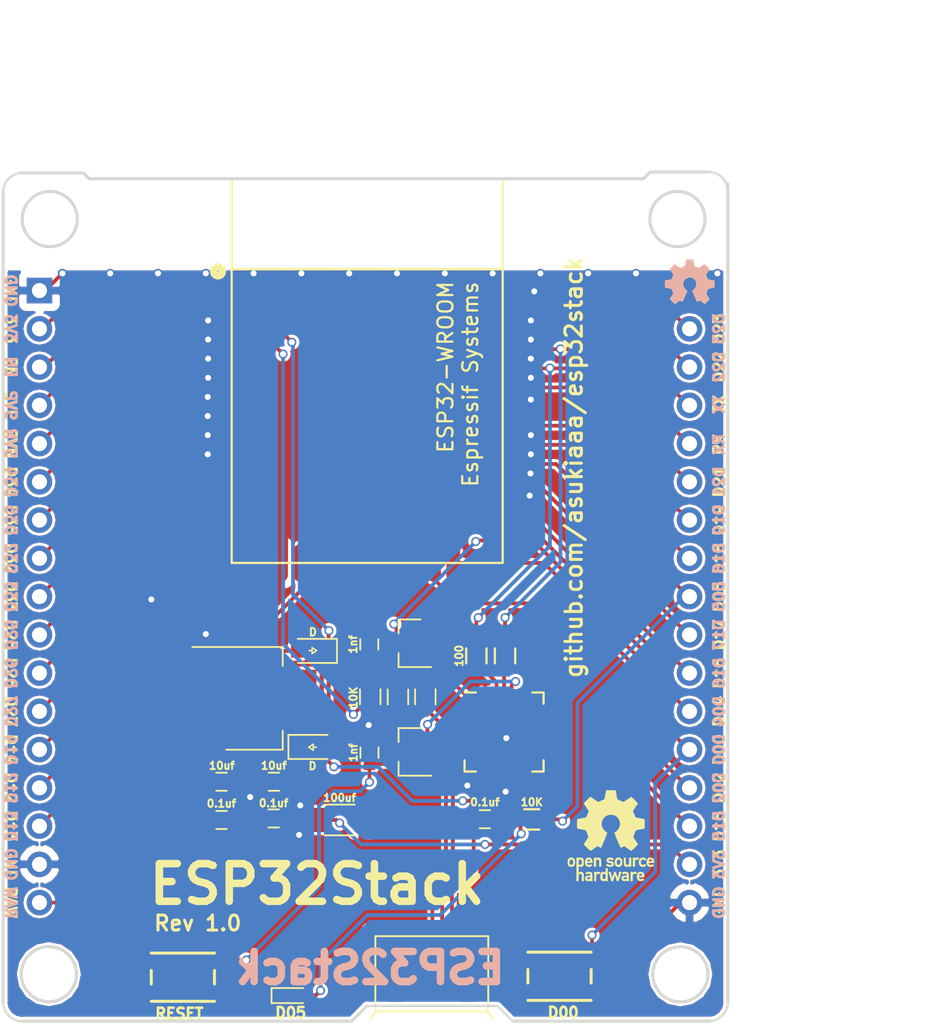
<source format=kicad_pcb>
(kicad_pcb (version 4) (host pcbnew 4.0.6-e0-6349~52~ubuntu16.10.1)
  (title_block (title ESP32Stack) (date 2017-04-20) (rev 1.0))
  (layers (0 F.Cu signal) (31 B.Cu signal) (34 B.Paste user) (35 F.Paste user) (36 B.SilkS user) (37 F.SilkS user) (38 B.Mask user) (39 F.Mask user) (44 Edge.Cuts user))
  (net 0 "")
  (net 1 +3V3)
  (net 2 GND)
  (net 3 VCC)
  (net 4 +5V)
  (net 5 RXDtoTXD0)
  (net 6 D+)
  (net 7 D-)
  (net 8 TXDtoRXD0)
  (net 9 EN)
  (net 10 SVP)
  (net 11 SVN)
  (net 12 IO34)
  (net 13 IO35)
  (net 14 IO32)
  (net 15 IO33)
  (net 16 IO25)
  (net 17 IO26)
  (net 18 IO27)
  (net 19 IO14)
  (net 20 IO12)
  (net 21 IO13)
  (net 22 IO23)
  (net 23 IO22)
  (net 24 IO21)
  (net 25 IO19)
  (net 26 IO18)
  (net 27 IO5)
  (net 28 IO17)
  (net 29 IO16)
  (net 30 IO4)
  (net 31 IO2)
  (net 32 IO15)
  (net 33 "Net-(U1-Pad32)")
  (net 34 DTR)
  (net 35 RTS)
  (net 36 "Net-(Q1-Pad1)")
  (net 37 "Net-(Q2-Pad1)")
  (net 38 "IO0(boot)")
  (net 39 "Net-(D2-Pad2)")
  (net 40 "Net-(R5-Pad2)")
  (net 41 "Net-(U1-Pad22)")
  (net 42 "Net-(U1-Pad21)")
  (net 43 "Net-(U1-Pad20)")
  (net 44 "Net-(U1-Pad19)")
  (net 45 "Net-(U1-Pad18)")
  (net 46 "Net-(U1-Pad17)")
  (net 47 "Net-(U3-Pad1)")
  (net 48 "Net-(U3-Pad2)")
  (net 49 "Net-(U3-Pad9)")
  (net 50 "Net-(U3-Pad10)")
  (net 51 "Net-(U3-Pad11)")
  (net 52 "Net-(U3-Pad12)")
  (net 53 "Net-(U3-Pad13)")
  (net 54 "Net-(U3-Pad14)")
  (net 55 "Net-(U3-Pad15)")
  (net 56 "Net-(U3-Pad16)")
  (net 57 "Net-(U3-Pad17)")
  (net 58 "Net-(U3-Pad18)")
  (net 59 "Net-(U3-Pad19)")
  (net 60 "Net-(U3-Pad20)")
  (net 61 "Net-(U3-Pad21)")
  (net 62 "Net-(U3-Pad22)")
  (net 63 "Net-(U3-Pad23)")
  (net 64 "Net-(U3-Pad27)")
  (net 65 "Net-(U3-Pad6)")
  (net 66 "Net-(R6-Pad2)")
  (net 67 "Net-(D3-Pad2)")
  (net 68 "Net-(P1-Pad4)")
  (module osh-logo:osh-logo-3p4mm (layer B.Cu) (at 193.0527 70.5358 180)
    (fp_text reference G*** hide)
    (fp_text value LOGO hide)
  )
  (module ESP32-footprints-Lib:ESP32-WROOM (layer F.Cu) (at 171.6278 76.454 180)
    (fp_text reference U1 hide)
    (fp_text value ESP32-WROOM)
    (fp_text user "Espressif Systems" (at -6.858 -0.889 270) (layer F.SilkS))
    (fp_text user ESP32-WROOM (at -5.207 0.254 270) (layer F.SilkS))
    (pad 38 smd oval (at -9 5.25 180) (size 2.5 0.9) (layers F.Cu F.Paste F.Mask) (net 2 GND))
    (pad 37 smd oval (at -9 3.98 180) (size 2.5 0.9) (layers F.Cu F.Paste F.Mask) (net 22 IO23))
    (pad 36 smd oval (at -9 2.71 180) (size 2.5 0.9) (layers F.Cu F.Paste F.Mask) (net 23 IO22))
    (pad 35 smd oval (at -9 1.44 180) (size 2.5 0.9) (layers F.Cu F.Paste F.Mask) (net 5 RXDtoTXD0))
    (pad 34 smd oval (at -9 0.17 180) (size 2.5 0.9) (layers F.Cu F.Paste F.Mask) (net 8 TXDtoRXD0))
    (pad 33 smd oval (at -9 -1.1 180) (size 2.5 0.9) (layers F.Cu F.Paste F.Mask) (net 24 IO21))
    (pad 32 smd oval (at -9 -2.37 180) (size 2.5 0.9) (layers F.Cu F.Paste F.Mask) (net 33 "Net-(U1-Pad32)"))
    (pad 31 smd oval (at -9 -3.64 180) (size 2.5 0.9) (layers F.Cu F.Paste F.Mask) (net 25 IO19))
    (pad 30 smd oval (at -9 -4.91 180) (size 2.5 0.9) (layers F.Cu F.Paste F.Mask) (net 26 IO18))
    (pad 29 smd oval (at -9 -6.18 180) (size 2.5 0.9) (layers F.Cu F.Paste F.Mask) (net 27 IO5))
    (pad 28 smd oval (at -9 -7.45 180) (size 2.5 0.9) (layers F.Cu F.Paste F.Mask) (net 28 IO17))
    (pad 27 smd oval (at -9 -8.72 180) (size 2.5 0.9) (layers F.Cu F.Paste F.Mask) (net 29 IO16))
    (pad 26 smd oval (at -9 -9.99 180) (size 2.5 0.9) (layers F.Cu F.Paste F.Mask) (net 30 IO4))
    (pad 25 smd oval (at -9 -11.26 180) (size 2.5 0.9) (layers F.Cu F.Paste F.Mask) (net 38 "IO0(boot)"))
    (pad 24 smd oval (at -5.715 -12.75 180) (size 0.9 2.5) (layers F.Cu F.Paste F.Mask) (net 31 IO2))
    (pad 23 smd oval (at -4.445 -12.75 180) (size 0.9 2.5) (layers F.Cu F.Paste F.Mask) (net 32 IO15))
    (pad 22 smd oval (at -3.175 -12.75 180) (size 0.9 2.5) (layers F.Cu F.Paste F.Mask) (net 41 "Net-(U1-Pad22)"))
    (pad 21 smd oval (at -1.905 -12.75 180) (size 0.9 2.5) (layers F.Cu F.Paste F.Mask) (net 42 "Net-(U1-Pad21)"))
    (pad 20 smd oval (at -0.635 -12.75 180) (size 0.9 2.5) (layers F.Cu F.Paste F.Mask) (net 43 "Net-(U1-Pad20)"))
    (pad 19 smd oval (at 0.635 -12.75 180) (size 0.9 2.5) (layers F.Cu F.Paste F.Mask) (net 44 "Net-(U1-Pad19)"))
    (pad 18 smd oval (at 1.905 -12.75 180) (size 0.9 2.5) (layers F.Cu F.Paste F.Mask) (net 45 "Net-(U1-Pad18)"))
    (pad 17 smd oval (at 3.175 -12.75 180) (size 0.9 2.5) (layers F.Cu F.Paste F.Mask) (net 46 "Net-(U1-Pad17)"))
    (pad 16 smd oval (at 4.445 -12.75 180) (size 0.9 2.5) (layers F.Cu F.Paste F.Mask) (net 21 IO13))
    (pad 15 smd oval (at 5.715 -12.75 180) (size 0.9 2.5) (layers F.Cu F.Paste F.Mask) (net 2 GND))
    (pad 14 smd oval (at 9 -11.26 180) (size 2.5 0.9) (layers F.Cu F.Paste F.Mask) (net 20 IO12))
    (pad 13 smd oval (at 9 -9.99 180) (size 2.5 0.9) (layers F.Cu F.Paste F.Mask) (net 19 IO14))
    (pad 12 smd oval (at 9 -8.72 180) (size 2.5 0.9) (layers F.Cu F.Paste F.Mask) (net 18 IO27))
    (pad 11 smd oval (at 9 -7.45 180) (size 2.5 0.9) (layers F.Cu F.Paste F.Mask) (net 17 IO26))
    (pad 10 smd oval (at 9 -6.18 180) (size 2.5 0.9) (layers F.Cu F.Paste F.Mask) (net 16 IO25))
    (pad 9 smd oval (at 9 -4.91 180) (size 2.5 0.9) (layers F.Cu F.Paste F.Mask) (net 15 IO33))
    (pad 8 smd oval (at 9 -3.64 180) (size 2.5 0.9) (layers F.Cu F.Paste F.Mask) (net 14 IO32))
    (pad 7 smd oval (at 9 -2.37 180) (size 2.5 0.9) (layers F.Cu F.Paste F.Mask) (net 13 IO35))
    (pad 6 smd oval (at 9 -1.1 180) (size 2.5 0.9) (layers F.Cu F.Paste F.Mask) (net 12 IO34))
    (pad 5 smd oval (at 9 0.17 180) (size 2.5 0.9) (layers F.Cu F.Paste F.Mask) (net 11 SVN))
    (pad 4 smd oval (at 9 1.44 180) (size 2.5 0.9) (layers F.Cu F.Paste F.Mask) (net 10 SVP))
    (pad 3 smd oval (at 9 2.71 180) (size 2.5 0.9) (layers F.Cu F.Paste F.Mask) (net 9 EN))
    (pad 2 smd oval (at 9 3.98 180) (size 2.5 0.9) (layers F.Cu F.Paste F.Mask) (net 1 +3V3))
    (pad 1 smd oval (at 9 5.25 180) (size 2.5 0.9) (layers F.Cu F.Paste F.Mask) (net 2 GND))
    (pad 39 smd rect (at 0.3 -2.45 180) (size 6 6) (layers F.Cu F.Paste F.Mask) (net 2 GND))
  )
  (module Capacitors_SMD:C_0603 (layer F.Cu) (at 171.7675 94.615 270)
    (fp_text reference C2)
    (fp_text value 1nf (at 0 1.0668 270) (layer F.SilkS) (effects (font (size 0.5 0.5) (thickness 0.125))))
    (pad 1 smd rect (at -0.75 0 270) (size 0.8 0.75) (layers F.Cu F.Paste F.Mask) (net 38 "IO0(boot)"))
    (pad 2 smd rect (at 0.75 0 270) (size 0.8 0.75) (layers F.Cu F.Paste F.Mask) (net 2 GND))
  )
  (module Capacitors_SMD:C_0603 (layer F.Cu) (at 165.4302 103.7336 180)
    (fp_text reference C3)
    (fp_text value 10uf (at 0 1.0668 180) (layer F.SilkS) (effects (font (size 0.5 0.5) (thickness 0.125))))
    (pad 1 smd rect (at -0.75 0 180) (size 0.8 0.75) (layers F.Cu F.Paste F.Mask) (net 1 +3V3))
    (pad 2 smd rect (at 0.75 0 180) (size 0.8 0.75) (layers F.Cu F.Paste F.Mask) (net 2 GND))
  )
  (module Capacitors_SMD:C_0603 (layer F.Cu) (at 161.9504 103.7336 180)
    (fp_text reference C4)
    (fp_text value 10uf (at -0.0254 1.0668 180) (layer F.SilkS) (effects (font (size 0.5 0.5) (thickness 0.125))))
    (pad 1 smd rect (at -0.75 0 180) (size 0.8 0.75) (layers F.Cu F.Paste F.Mask) (net 3 VCC))
    (pad 2 smd rect (at 0.75 0 180) (size 0.8 0.75) (layers F.Cu F.Paste F.Mask) (net 2 GND))
  )
  (module Capacitors_SMD:C_0603 (layer F.Cu) (at 161.9504 106.2736 180)
    (fp_text reference C5)
    (fp_text value 0.1uf (at 0 1.0922 180) (layer F.SilkS) (effects (font (size 0.5 0.5) (thickness 0.125))))
    (pad 1 smd rect (at -0.75 0 180) (size 0.8 0.75) (layers F.Cu F.Paste F.Mask) (net 3 VCC))
    (pad 2 smd rect (at 0.75 0 180) (size 0.8 0.75) (layers F.Cu F.Paste F.Mask) (net 2 GND))
  )
  (module Capacitors_SMD:C_0603 (layer F.Cu) (at 179.451 106.2228)
    (fp_text reference C6)
    (fp_text value 0.1uf (at 0 -1.1303 180) (layer F.SilkS) (effects (font (size 0.5 0.5) (thickness 0.125))))
    (pad 1 smd rect (at -0.75 0) (size 0.8 0.75) (layers F.Cu F.Paste F.Mask) (net 4 +5V))
    (pad 2 smd rect (at 0.75 0) (size 0.8 0.75) (layers F.Cu F.Paste F.Mask) (net 2 GND))
  )
  (module osh-logo:osh-logo-3p4mm (layer F.Cu) (at 193.0527 70.5485)
    (fp_text reference G*** hide)
    (fp_text value LOGO hide)
  )
  (module Symbols:OSHW-Logo_5.7x6mm_SilkScreen (layer F.Cu) (at 187.8076 107.315)
    (fp_text reference REF*** hide)
    (fp_text value OSHW-Logo_5.7x6mm_SilkScreen hide)
  )
  (module TO_SOT_Packages_SMD:SOT-23 (layer F.Cu) (at 174.4726 101.7524 180)
    (fp_text reference Q1)
    (fp_text value MMBT3904 hide)
    (pad 1 smd rect (at -1 -0.95 180) (size 0.9 0.8) (layers F.Cu F.Paste F.Mask) (net 36 "Net-(Q1-Pad1)"))
    (pad 2 smd rect (at -1 0.95 180) (size 0.9 0.8) (layers F.Cu F.Paste F.Mask) (net 35 RTS))
    (pad 3 smd rect (at 1 0 180) (size 0.9 0.8) (layers F.Cu F.Paste F.Mask) (net 9 EN))
  )
  (module TO_SOT_Packages_SMD:SOT-23 (layer F.Cu) (at 174.4726 94.5388 180)
    (fp_text reference Q2)
    (fp_text value MMBT3904 hide)
    (pad 1 smd rect (at -1 -0.95 180) (size 0.9 0.8) (layers F.Cu F.Paste F.Mask) (net 37 "Net-(Q2-Pad1)"))
    (pad 2 smd rect (at -1 0.95 180) (size 0.9 0.8) (layers F.Cu F.Paste F.Mask) (net 34 DTR))
    (pad 3 smd rect (at 1 0 180) (size 0.9 0.8) (layers F.Cu F.Paste F.Mask) (net 38 "IO0(boot)"))
  )
  (module Resistors_SMD:R_0603 (layer F.Cu) (at 182.5625 106.2355 180)
    (fp_text reference R4)
    (fp_text value 10K (at 0 1.143 360) (layer F.SilkS) (effects (font (size 0.5 0.5) (thickness 0.125))))
    (pad 1 smd rect (at -0.75 0 180) (size 0.5 0.9) (layers F.Cu F.Paste F.Mask) (net 27 IO5))
    (pad 2 smd rect (at 0.75 0 180) (size 0.5 0.9) (layers F.Cu F.Paste F.Mask) (net 67 "Net-(D3-Pad2)"))
  )
  (module Resistors_SMD:R_0603 (layer F.Cu) (at 180.7845 95.377 270)
    (fp_text reference R5)
    (fp_text value 100 hide)
    (pad 1 smd rect (at -0.75 0 270) (size 0.5 0.9) (layers F.Cu F.Paste F.Mask) (net 5 RXDtoTXD0))
    (pad 2 smd rect (at 0.75 0 270) (size 0.5 0.9) (layers F.Cu F.Paste F.Mask) (net 40 "Net-(R5-Pad2)"))
  )
  (module Resistors_SMD:R_0603 (layer F.Cu) (at 178.8795 95.377 270)
    (fp_text reference R6)
    (fp_text value 100 (at 0 1.143 450) (layer F.SilkS) (effects (font (size 0.5 0.5) (thickness 0.125))))
    (pad 1 smd rect (at -0.75 0 270) (size 0.5 0.9) (layers F.Cu F.Paste F.Mask) (net 8 TXDtoRXD0))
    (pad 2 smd rect (at 0.75 0 270) (size 0.5 0.9) (layers F.Cu F.Paste F.Mask) (net 66 "Net-(R6-Pad2)"))
  )
  (module switch:SKRPACE010 (layer F.Cu) (at 184.404 116.6495)
    (fp_text reference SW1 hide)
    (fp_text value SWITCH_SPST hide)
    (pad 1 smd rect (at -2.075 -1.075) (size 1.05 0.65) (layers F.Cu F.Paste F.Mask) (net 38 "IO0(boot)"))
    (pad 1 smd rect (at 2.075 -1.075) (size 1.05 0.65) (layers F.Cu F.Paste F.Mask) (net 38 "IO0(boot)"))
    (pad 2 smd rect (at -2.075 1.075) (size 1.05 0.65) (layers F.Cu F.Paste F.Mask) (net 2 GND))
    (pad 2 smd rect (at 2.075 1.075) (size 1.05 0.65) (layers F.Cu F.Paste F.Mask) (net 2 GND))
  )
  (module common:D_0805 (layer F.Cu) (at 167.9956 101.4222)
    (fp_text reference D1)
    (fp_text value D (at 0 1.27) (layer F.SilkS) (effects (font (size 0.5 0.5) (thickness 0.125))))
    (pad 1 smd rect (at -1.05 0) (size 0.8 0.9) (layers F.Cu F.Paste F.Mask) (net 3 VCC))
    (pad 2 smd rect (at 1.05 0) (size 0.8 0.9) (layers F.Cu F.Paste F.Mask) (net 4 +5V))
  )
  (module switch:SKRPACE010 (layer F.Cu) (at 159.385 116.713)
    (fp_text reference SW2 hide)
    (fp_text value SWITCH_SPST hide)
    (pad 1 smd rect (at -2.075 -1.075) (size 1.05 0.65) (layers F.Cu F.Paste F.Mask) (net 9 EN))
    (pad 1 smd rect (at 2.075 -1.075) (size 1.05 0.65) (layers F.Cu F.Paste F.Mask) (net 9 EN))
    (pad 2 smd rect (at -2.075 1.075) (size 1.05 0.65) (layers F.Cu F.Paste F.Mask) (net 2 GND))
    (pad 2 smd rect (at 2.075 1.075) (size 1.05 0.65) (layers F.Cu F.Paste F.Mask) (net 2 GND))
  )
  (module Capacitors_SMD:C_0603 (layer F.Cu) (at 171.7802 101.8032 90)
    (fp_text reference C1 hide)
    (fp_text value 1nf (at 0 -1.0668 90) (layer F.SilkS) (effects (font (size 0.5 0.5) (thickness 0.125))))
    (pad 1 smd rect (at -0.75 0 90) (size 0.8 0.75) (layers F.Cu F.Paste F.Mask) (net 9 EN))
    (pad 2 smd rect (at 0.75 0 90) (size 0.8 0.75) (layers F.Cu F.Paste F.Mask) (net 2 GND))
  )
  (module Capacitors_SMD:C_0603 (layer F.Cu) (at 165.4175 106.172 180)
    (fp_text reference C7 hide)
    (fp_text value 0.1uf (at 0 1.016 180) (layer F.SilkS) (effects (font (size 0.5 0.5) (thickness 0.125))))
    (pad 1 smd rect (at -0.75 0 180) (size 0.8 0.75) (layers F.Cu F.Paste F.Mask) (net 1 +3V3))
    (pad 2 smd rect (at 0.75 0 180) (size 0.8 0.75) (layers F.Cu F.Paste F.Mask) (net 2 GND))
  )
  (module Capacitors_SMD:C_1206 (layer F.Cu) (at 169.799 106.2736)
    (fp_text reference C8 hide)
    (fp_text value 100uf (at 0 -1.4732) (layer F.SilkS) (effects (font (size 0.5 0.5) (thickness 0.125))))
    (pad 1 smd rect (at -1.5 0) (size 1 1.6) (layers F.Cu F.Paste F.Mask) (net 1 +3V3))
    (pad 2 smd rect (at 1.5 0) (size 1 1.6) (layers F.Cu F.Paste F.Mask) (net 2 GND))
  )
  (module Resistors_SMD:R_0603 (layer F.Cu) (at 175.4886 98.0948 270)
    (fp_text reference R1 hide)
    (fp_text value 10K hide)
    (pad 1 smd rect (at -0.75 0 270) (size 0.5 0.9) (layers F.Cu F.Paste F.Mask) (net 34 DTR))
    (pad 2 smd rect (at 0.75 0 270) (size 0.5 0.9) (layers F.Cu F.Paste F.Mask) (net 36 "Net-(Q1-Pad1)"))
  )
  (module Resistors_SMD:R_0603 (layer F.Cu) (at 171.831 98.0948 90)
    (fp_text reference R3 hide)
    (fp_text value 10K (at -0.0508 -1.1176 90) (layer F.SilkS) (effects (font (size 0.5 0.5) (thickness 0.125))))
    (pad 1 smd rect (at -0.75 0 90) (size 0.5 0.9) (layers F.Cu F.Paste F.Mask) (net 9 EN))
    (pad 2 smd rect (at 0.75 0 90) (size 0.5 0.9) (layers F.Cu F.Paste F.Mask) (net 1 +3V3))
  )
  (module Housings_DFN_QFN:QFN-28-1EP_5x5mm_Pitch0.5mm (layer F.Cu) (at 180.721 100.4316)
    (fp_text reference U3 hide)
    (fp_text value CP2102)
    (pad 1 smd oval (at -2.45 -1.5) (size 0.85 0.3) (layers F.Cu F.Paste F.Mask) (net 47 "Net-(U3-Pad1)"))
    (pad 2 smd oval (at -2.45 -1) (size 0.85 0.3) (layers F.Cu F.Paste F.Mask) (net 48 "Net-(U3-Pad2)"))
    (pad 3 smd oval (at -2.45 -0.5) (size 0.85 0.3) (layers F.Cu F.Paste F.Mask) (net 2 GND))
    (pad 4 smd oval (at -2.45 0) (size 0.85 0.3) (layers F.Cu F.Paste F.Mask) (net 6 D+))
    (pad 5 smd oval (at -2.45 0.5) (size 0.85 0.3) (layers F.Cu F.Paste F.Mask) (net 7 D-))
    (pad 6 smd oval (at -2.45 1) (size 0.85 0.3) (layers F.Cu F.Paste F.Mask) (net 65 "Net-(U3-Pad6)"))
    (pad 7 smd oval (at -2.45 1.5) (size 0.85 0.3) (layers F.Cu F.Paste F.Mask) (net 4 +5V))
    (pad 8 smd oval (at -1.5 2.45 90) (size 0.85 0.3) (layers F.Cu F.Paste F.Mask) (net 4 +5V))
    (pad 9 smd oval (at -1 2.45 90) (size 0.85 0.3) (layers F.Cu F.Paste F.Mask) (net 49 "Net-(U3-Pad9)"))
    (pad 10 smd oval (at -0.5 2.45 90) (size 0.85 0.3) (layers F.Cu F.Paste F.Mask) (net 50 "Net-(U3-Pad10)"))
    (pad 11 smd oval (at 0 2.45 90) (size 0.85 0.3) (layers F.Cu F.Paste F.Mask) (net 51 "Net-(U3-Pad11)"))
    (pad 12 smd oval (at 0.5 2.45 90) (size 0.85 0.3) (layers F.Cu F.Paste F.Mask) (net 52 "Net-(U3-Pad12)"))
    (pad 13 smd oval (at 1 2.45 90) (size 0.85 0.3) (layers F.Cu F.Paste F.Mask) (net 53 "Net-(U3-Pad13)"))
    (pad 14 smd oval (at 1.5 2.45 90) (size 0.85 0.3) (layers F.Cu F.Paste F.Mask) (net 54 "Net-(U3-Pad14)"))
    (pad 15 smd oval (at 2.45 1.5) (size 0.85 0.3) (layers F.Cu F.Paste F.Mask) (net 55 "Net-(U3-Pad15)"))
    (pad 16 smd oval (at 2.45 1) (size 0.85 0.3) (layers F.Cu F.Paste F.Mask) (net 56 "Net-(U3-Pad16)"))
    (pad 17 smd oval (at 2.45 0.5) (size 0.85 0.3) (layers F.Cu F.Paste F.Mask) (net 57 "Net-(U3-Pad17)"))
    (pad 18 smd oval (at 2.45 0) (size 0.85 0.3) (layers F.Cu F.Paste F.Mask) (net 58 "Net-(U3-Pad18)"))
    (pad 19 smd oval (at 2.45 -0.5) (size 0.85 0.3) (layers F.Cu F.Paste F.Mask) (net 59 "Net-(U3-Pad19)"))
    (pad 20 smd oval (at 2.45 -1) (size 0.85 0.3) (layers F.Cu F.Paste F.Mask) (net 60 "Net-(U3-Pad20)"))
    (pad 21 smd oval (at 2.45 -1.5) (size 0.85 0.3) (layers F.Cu F.Paste F.Mask) (net 61 "Net-(U3-Pad21)"))
    (pad 22 smd oval (at 1.5 -2.45 90) (size 0.85 0.3) (layers F.Cu F.Paste F.Mask) (net 62 "Net-(U3-Pad22)"))
    (pad 23 smd oval (at 1 -2.45 90) (size 0.85 0.3) (layers F.Cu F.Paste F.Mask) (net 63 "Net-(U3-Pad23)"))
    (pad 24 smd oval (at 0.5 -2.45 90) (size 0.85 0.3) (layers F.Cu F.Paste F.Mask) (net 35 RTS))
    (pad 25 smd oval (at 0 -2.45 90) (size 0.85 0.3) (layers F.Cu F.Paste F.Mask) (net 40 "Net-(R5-Pad2)"))
    (pad 26 smd oval (at -0.5 -2.45 90) (size 0.85 0.3) (layers F.Cu F.Paste F.Mask) (net 66 "Net-(R6-Pad2)"))
    (pad 27 smd oval (at -1 -2.45 90) (size 0.85 0.3) (layers F.Cu F.Paste F.Mask) (net 64 "Net-(U3-Pad27)"))
    (pad 28 smd oval (at -1.5 -2.45 90) (size 0.85 0.3) (layers F.Cu F.Paste F.Mask) (net 34 DTR))
    (pad 29 smd rect (at 0.8375 0.8375) (size 1.675 1.675) (layers F.Cu F.Paste F.Mask) (net 2 GND))
    (pad 29 smd rect (at 0.8375 -0.8375) (size 1.675 1.675) (layers F.Cu F.Paste F.Mask) (net 2 GND))
    (pad 29 smd rect (at -0.8375 0.8375) (size 1.675 1.675) (layers F.Cu F.Paste F.Mask) (net 2 GND))
    (pad 29 smd rect (at -0.8375 -0.8375) (size 1.675 1.675) (layers F.Cu F.Paste F.Mask) (net 2 GND))
  )
  (module TO_SOT_Packages_SMD:SOT-223 (layer F.Cu) (at 164.1094 98.1964)
    (fp_text reference U2)
    (fp_text value NCP1117ST33T3G hide)
    (pad 4 smd rect (at 3.15 0) (size 2 3.8) (layers F.Cu F.Paste F.Mask))
    (pad 2 smd rect (at -3.15 0) (size 2 1.5) (layers F.Cu F.Paste F.Mask) (net 39 "Net-(D2-Pad2)"))
    (pad 3 smd rect (at -3.15 2.3) (size 2 1.5) (layers F.Cu F.Paste F.Mask) (net 3 VCC))
    (pad 1 smd rect (at -3.15 -2.3) (size 2 1.5) (layers F.Cu F.Paste F.Mask) (net 2 GND))
  )
  (module common:Pin_Header_Straight_1x17_Pitch2.54mm (layer F.Cu) (at 149.86 71.12)
    (fp_text reference J1 hide)
    (fp_text value CONN_01X17 hide)
    (pad 1 thru_hole rect (at 0 0) (size 1.7 1.7) (drill 1) (layers *.Cu *.Mask) (net 2 GND))
    (pad 2 thru_hole oval (at 0 2.54) (size 1.7 1.7) (drill 1) (layers *.Cu *.Mask) (net 1 +3V3))
    (pad 3 thru_hole oval (at 0 5.08) (size 1.7 1.7) (drill 1) (layers *.Cu *.Mask) (net 9 EN))
    (pad 4 thru_hole oval (at 0 7.62) (size 1.7 1.7) (drill 1) (layers *.Cu *.Mask) (net 10 SVP))
    (pad 5 thru_hole oval (at 0 10.16) (size 1.7 1.7) (drill 1) (layers *.Cu *.Mask) (net 11 SVN))
    (pad 6 thru_hole oval (at 0 12.7) (size 1.7 1.7) (drill 1) (layers *.Cu *.Mask) (net 12 IO34))
    (pad 7 thru_hole oval (at 0 15.24) (size 1.7 1.7) (drill 1) (layers *.Cu *.Mask) (net 13 IO35))
    (pad 8 thru_hole oval (at 0 17.78) (size 1.7 1.7) (drill 1) (layers *.Cu *.Mask) (net 14 IO32))
    (pad 9 thru_hole oval (at 0 20.32) (size 1.7 1.7) (drill 1) (layers *.Cu *.Mask) (net 15 IO33))
    (pad 10 thru_hole oval (at 0 22.86) (size 1.7 1.7) (drill 1) (layers *.Cu *.Mask) (net 16 IO25))
    (pad 11 thru_hole oval (at 0 25.4) (size 1.7 1.7) (drill 1) (layers *.Cu *.Mask) (net 17 IO26))
    (pad 12 thru_hole oval (at 0 27.94) (size 1.7 1.7) (drill 1) (layers *.Cu *.Mask) (net 18 IO27))
    (pad 13 thru_hole oval (at 0 30.48) (size 1.7 1.7) (drill 1) (layers *.Cu *.Mask) (net 19 IO14))
    (pad 14 thru_hole oval (at 0 33.02) (size 1.7 1.7) (drill 1) (layers *.Cu *.Mask) (net 20 IO12))
    (pad 15 thru_hole oval (at 0 35.56) (size 1.7 1.7) (drill 1) (layers *.Cu *.Mask) (net 21 IO13))
    (pad 16 thru_hole oval (at 0 38.1) (size 1.7 1.7) (drill 1) (layers *.Cu *.Mask) (net 2 GND))
    (pad 17 thru_hole oval (at 0 40.64) (size 1.7 1.7) (drill 1) (layers *.Cu *.Mask) (net 3 VCC))
  )
  (module common:Pin_Header_Straight_1x16_Pitch2.54mm (layer F.Cu) (at 193.04 73.66)
    (fp_text reference J2 hide)
    (fp_text value CONN_01X16 hide)
    (pad 1 thru_hole oval (at 0 0) (size 1.7 1.7) (drill 1) (layers *.Cu *.Mask) (net 22 IO23))
    (pad 2 thru_hole oval (at 0 2.54) (size 1.7 1.7) (drill 1) (layers *.Cu *.Mask) (net 23 IO22))
    (pad 3 thru_hole oval (at 0 5.08) (size 1.7 1.7) (drill 1) (layers *.Cu *.Mask) (net 5 RXDtoTXD0))
    (pad 4 thru_hole oval (at 0 7.62) (size 1.7 1.7) (drill 1) (layers *.Cu *.Mask) (net 8 TXDtoRXD0))
    (pad 5 thru_hole oval (at 0 10.16) (size 1.7 1.7) (drill 1) (layers *.Cu *.Mask) (net 24 IO21))
    (pad 6 thru_hole oval (at 0 12.7) (size 1.7 1.7) (drill 1) (layers *.Cu *.Mask) (net 25 IO19))
    (pad 7 thru_hole oval (at 0 15.24) (size 1.7 1.7) (drill 1) (layers *.Cu *.Mask) (net 26 IO18))
    (pad 8 thru_hole oval (at 0 17.78) (size 1.7 1.7) (drill 1) (layers *.Cu *.Mask) (net 27 IO5))
    (pad 9 thru_hole oval (at 0 20.32) (size 1.7 1.7) (drill 1) (layers *.Cu *.Mask) (net 28 IO17))
    (pad 10 thru_hole oval (at 0 22.86) (size 1.7 1.7) (drill 1) (layers *.Cu *.Mask) (net 29 IO16))
    (pad 11 thru_hole oval (at 0 25.4) (size 1.7 1.7) (drill 1) (layers *.Cu *.Mask) (net 30 IO4))
    (pad 12 thru_hole oval (at 0 27.94) (size 1.7 1.7) (drill 1) (layers *.Cu *.Mask) (net 38 "IO0(boot)"))
    (pad 13 thru_hole oval (at 0 30.48) (size 1.7 1.7) (drill 1) (layers *.Cu *.Mask) (net 31 IO2))
    (pad 14 thru_hole oval (at 0 33.02) (size 1.7 1.7) (drill 1) (layers *.Cu *.Mask) (net 32 IO15))
    (pad 15 thru_hole oval (at 0 35.56) (size 1.7 1.7) (drill 1) (layers *.Cu *.Mask) (net 1 +3V3))
    (pad 16 thru_hole oval (at 0 38.1) (size 1.7 1.7) (drill 1) (layers *.Cu *.Mask) (net 2 GND))
  )
  (module Resistors_SMD:R_0603 (layer F.Cu) (at 173.6725 98.1075 90)
    (fp_text reference R2 hide)
    (fp_text value 10K hide)
    (pad 1 smd rect (at -0.75 0 90) (size 0.5 0.9) (layers F.Cu F.Paste F.Mask) (net 35 RTS))
    (pad 2 smd rect (at 0.75 0 90) (size 0.5 0.9) (layers F.Cu F.Paste F.Mask) (net 37 "Net-(Q2-Pad1)"))
  )
  (module LEDs:LED_0603 (layer F.Cu) (at 166.5732 117.9322)
    (fp_text reference D3)
    (fp_text value D05 (at -0.0254 1.143) (layer F.SilkS) (effects (font (size 0.7 0.7) (thickness 0.175))))
    (pad 2 smd rect (at 0.8 0 180) (size 0.8 0.8) (layers F.Cu F.Paste F.Mask) (net 67 "Net-(D3-Pad2)"))
    (pad 1 smd rect (at -0.8 0 180) (size 0.8 0.8) (layers F.Cu F.Paste F.Mask) (net 2 GND))
  )
  (module usb_micro_b:USB_MICRO_B-HIROSE-ZX62R-B-5P (layer F.Cu) (at 175.9204 118.3894)
    (fp_text reference P1 hide)
    (fp_text value USB_OTG hide)
    (pad 1 smd rect (at 1.3 -4.125) (size 0.4 1.35) (layers F.Cu F.Paste F.Mask) (net 4 +5V))
    (pad 2 smd rect (at 0.65 -4.125) (size 0.4 1.35) (layers F.Cu F.Paste F.Mask) (net 7 D-))
    (pad 3 smd rect (at 0 -4.125) (size 0.4 1.35) (layers F.Cu F.Paste F.Mask) (net 6 D+))
    (pad 4 smd rect (at -0.65 -4.125) (size 0.4 1.35) (layers F.Cu F.Paste F.Mask) (net 68 "Net-(P1-Pad4)"))
    (pad 5 smd rect (at -1.3 -4.125) (size 0.4 1.35) (layers F.Cu F.Paste F.Mask) (net 2 GND))
    (pad 6 smd rect (at 3.1 -3.8) (size 2.1 2) (layers F.Cu F.Paste F.Mask) (net 2 GND))
    (pad 6 smd rect (at -3.1 -3.8) (size 2.1 2) (layers F.Cu F.Paste F.Mask) (net 2 GND))
    (pad 6 smd rect (at -4.1 -1.45) (size 1.6 1.9) (layers F.Cu F.Paste F.Mask) (net 2 GND))
    (pad 6 smd rect (at -0.85 -1.45) (size 1.2 1.9) (layers F.Cu F.Paste F.Mask) (net 2 GND))
    (pad 6 smd rect (at 0.85 -1.45) (size 1.2 1.9) (layers F.Cu F.Paste F.Mask) (net 2 GND))
    (pad 6 smd rect (at 4.1 -1.45) (size 1.6 1.9) (layers F.Cu F.Paste F.Mask) (net 2 GND))
  )
  (module common:D_0805 (layer F.Cu) (at 168.021 95.0468 180)
    (fp_text reference D2)
    (fp_text value D (at 0 1.2446 180) (layer F.SilkS) (effects (font (size 0.5 0.5) (thickness 0.125))))
    (pad 1 smd rect (at -1.05 0 180) (size 0.8 0.9) (layers F.Cu F.Paste F.Mask) (net 1 +3V3))
    (pad 2 smd rect (at 1.05 0 180) (size 0.8 0.9) (layers F.Cu F.Paste F.Mask) (net 39 "Net-(D2-Pad2)"))
  )
  (gr_text ESP32Stack (at 171.831 116.1034) (layer B.SilkS) (effects (font (size 2 2) (thickness 0.5)) (justify mirror)))
  (gr_line (start 148.7805 119.634) (end 170.6245 119.634) (angle 90) (layer Edge.Cuts) (width 0.2))
  (gr_line (start 147.447 64.5795) (end 147.447 118.364) (angle 90) (layer Edge.Cuts) (width 0.2))
  (gr_line (start 189.992 63.6905) (end 188.722 63.6905) (angle 90) (layer Edge.Cuts) (width 0.2))
  (gr_line (start 190.4365 63.246) (end 189.992 63.6905) (angle 90) (layer Edge.Cuts) (width 0.2))
  (gr_line (start 194.31 63.246) (end 190.4365 63.246) (angle 90) (layer Edge.Cuts) (width 0.2))
  (gr_line (start 153.162 63.6905) (end 188.722 63.6905) (angle 90) (layer Edge.Cuts) (width 0.2))
  (gr_line (start 152.781 63.3095) (end 153.162 63.6905) (angle 90) (layer Edge.Cuts) (width 0.2))
  (gr_line (start 148.7805 63.3095) (end 152.781 63.3095) (angle 90) (layer Edge.Cuts) (width 0.2))
  (gr_line (start 195.58 64.008) (end 195.58 118.364) (angle 90) (layer Edge.Cuts) (width 0.2))
  (gr_line (start 181.356 119.634) (end 194.3735 119.634) (angle 90) (layer Edge.Cuts) (width 0.2))
  (gr_line (start 171.6151 118.618) (end 170.5991 119.634) (angle 90) (layer Edge.Cuts) (width 0.2))
  (gr_circle (center 150.5458 66.3702) (end 151.8666 67.6402) (layer Edge.Cuts) (width 0.2))
  (gr_circle (center 192.4304 116.5225) (end 193.7512 117.7925) (layer Edge.Cuts) (width 0.2))
  (gr_circle (center 150.4823 116.5098) (end 151.8031 117.7798) (layer Edge.Cuts) (width 0.2))
  (gr_circle (center 192.2399 66.3702) (end 193.5607 67.6402) (layer Edge.Cuts) (width 0.2))
  (gr_text RX (at 195.0085 81.3435 90) (layer F.SilkS) (effects (font (size 0.7 0.7) (thickness 0.175))))
  (gr_text RX (at 195.0085 81.3435 90) (layer B.SilkS) (effects (font (size 0.7 0.7) (thickness 0.175)) (justify mirror)))
  (gr_text RESET (at 160.8455 119.126) (layer F.SilkS) (effects (font (size 0.7 0.7) (thickness 0.175)) (justify right)))
  (gr_line (start 171.6405 118.618) (end 180.2765 118.618) (angle 90) (layer Edge.Cuts) (width 0.15))
  (gr_text D27 (at 147.955 99.06 270) (layer B.SilkS) (effects (font (size 0.7 0.7) (thickness 0.175)) (justify mirror)))
  (gr_text RAW (at 147.955 111.76 270) (layer F.SilkS) (effects (font (size 0.7 0.7) (thickness 0.175))))
  (gr_text GND (at 147.955 109.22 270) (layer F.SilkS) (effects (font (size 0.7 0.7) (thickness 0.175))))
  (gr_text D13 (at 147.955 106.68 270) (layer F.SilkS) (effects (font (size 0.7 0.7) (thickness 0.175))))
  (gr_text D12 (at 147.955 104.14 270) (layer F.SilkS) (effects (font (size 0.7 0.7) (thickness 0.175))))
  (gr_text D14 (at 147.955 101.6 270) (layer F.SilkS) (effects (font (size 0.7 0.7) (thickness 0.175))))
  (gr_text D26 (at 147.955 96.52 270) (layer F.SilkS) (effects (font (size 0.7 0.7) (thickness 0.175))))
  (gr_text D25 (at 147.955 93.98 270) (layer F.SilkS) (effects (font (size 0.7 0.7) (thickness 0.175))))
  (gr_text D33 (at 147.955 91.44 270) (layer F.SilkS) (effects (font (size 0.7 0.7) (thickness 0.175))))
  (gr_text D32 (at 147.955 88.9 270) (layer F.SilkS) (effects (font (size 0.7 0.7) (thickness 0.175))))
  (gr_text D35 (at 147.955 86.36 270) (layer F.SilkS) (effects (font (size 0.7 0.7) (thickness 0.175))))
  (gr_text D34 (at 147.955 83.82 270) (layer F.SilkS) (effects (font (size 0.7 0.7) (thickness 0.175))))
  (gr_text SVN (at 147.955 81.28 270) (layer F.SilkS) (effects (font (size 0.7 0.7) (thickness 0.175))))
  (gr_text SVP (at 147.955 78.74 270) (layer F.SilkS) (effects (font (size 0.7 0.7) (thickness 0.175))))
  (gr_text EN (at 147.955 76.2 270) (layer F.SilkS) (effects (font (size 0.7 0.7) (thickness 0.175))))
  (gr_text 3V3 (at 147.955 73.66 270) (layer F.SilkS) (effects (font (size 0.7 0.7) (thickness 0.175))))
  (gr_text GND (at 147.955 71.12 270) (layer F.SilkS) (effects (font (size 0.7 0.7) (thickness 0.175))))
  (gr_text 3V3 (at 195.0085 109.22 90) (layer F.SilkS) (effects (font (size 0.7 0.7) (thickness 0.175))))
  (gr_text D15 (at 195.0085 106.68 90) (layer F.SilkS) (effects (font (size 0.7 0.7) (thickness 0.175))))
  (gr_text TX (at 195.0085 78.6765 90) (layer F.SilkS) (effects (font (size 0.7 0.7) (thickness 0.175))))
  (gr_text D02 (at 195.0085 104.14 90) (layer F.SilkS) (effects (font (size 0.7 0.7) (thickness 0.175))))
  (gr_text D00 (at 195.0085 101.6 90) (layer F.SilkS) (effects (font (size 0.7 0.7) (thickness 0.175))))
  (gr_text D04 (at 195.0085 99.06 90) (layer F.SilkS) (effects (font (size 0.7 0.7) (thickness 0.175))))
  (gr_text D16 (at 195.0085 96.52 90) (layer F.SilkS) (effects (font (size 0.7 0.7) (thickness 0.175))))
  (gr_text D17 (at 195.0085 93.98 90) (layer F.SilkS) (effects (font (size 0.7 0.7) (thickness 0.175))))
  (gr_text D05 (at 195.0085 91.44 90) (layer F.SilkS) (effects (font (size 0.7 0.7) (thickness 0.175))))
  (gr_text D18 (at 195.0085 88.9 90) (layer F.SilkS) (effects (font (size 0.7 0.7) (thickness 0.175))))
  (gr_text D19 (at 195.0085 86.36 90) (layer F.SilkS) (effects (font (size 0.7 0.7) (thickness 0.175))))
  (gr_text D21 (at 195.0085 83.82 90) (layer F.SilkS) (effects (font (size 0.7 0.7) (thickness 0.175))))
  (gr_text D22 (at 195.0085 76.2 90) (layer F.SilkS) (effects (font (size 0.7 0.7) (thickness 0.175))))
  (gr_text D23 (at 195.0085 73.66 90) (layer F.SilkS) (effects (font (size 0.7 0.7) (thickness 0.175))))
  (gr_text GND (at 195.0085 111.76 90) (layer F.SilkS) (effects (font (size 0.7 0.7) (thickness 0.175))))
  (gr_text ESP32Stack (at 168.3004 110.5408) (layer F.SilkS) (effects (font (size 2.5 2.5) (thickness 0.5))))
  (gr_line (start 181.2925 119.634) (end 180.2765 118.618) (angle 90) (layer Edge.Cuts) (width 0.15))
  (gr_text GND (at 195.0085 111.76 90) (layer B.SilkS) (effects (font (size 0.7 0.7) (thickness 0.175)) (justify mirror)))
  (gr_text "Rev 1.0" (at 160.3756 113.1316) (layer F.SilkS) (effects (font (size 1 1) (thickness 0.2))))
  (gr_text github.com/asukiaaa/esp32stack (at 185.3565 82.8675 90) (layer F.SilkS) (effects (font (size 1.1 1.1) (thickness 0.2))))
  (gr_text D00 (at 183.515 119.0625) (layer F.SilkS) (effects (font (size 0.7 0.7) (thickness 0.175)) (justify left)))
  (gr_text D23 (at 195.0085 73.66 90) (layer B.SilkS) (effects (font (size 0.7 0.7) (thickness 0.175)) (justify mirror)))
  (gr_text D22 (at 195.0085 76.2 90) (layer B.SilkS) (effects (font (size 0.7 0.7) (thickness 0.175)) (justify mirror)))
  (gr_text D21 (at 195.0085 83.82 90) (layer B.SilkS) (effects (font (size 0.7 0.7) (thickness 0.175)) (justify mirror)))
  (gr_text D19 (at 195.0085 86.36 90) (layer B.SilkS) (effects (font (size 0.7 0.7) (thickness 0.175)) (justify mirror)))
  (gr_text D18 (at 195.0085 88.9 90) (layer B.SilkS) (effects (font (size 0.7 0.7) (thickness 0.175)) (justify mirror)))
  (gr_text D05 (at 195.0085 91.44 90) (layer B.SilkS) (effects (font (size 0.7 0.7) (thickness 0.175)) (justify mirror)))
  (gr_text D17 (at 195.0085 93.98 90) (layer B.SilkS) (effects (font (size 0.7 0.7) (thickness 0.175)) (justify mirror)))
  (gr_text D16 (at 195.0085 96.52 90) (layer B.SilkS) (effects (font (size 0.7 0.7) (thickness 0.175)) (justify mirror)))
  (gr_text D04 (at 195.0085 99.06 90) (layer B.SilkS) (effects (font (size 0.7 0.7) (thickness 0.175)) (justify mirror)))
  (gr_text D00 (at 195.0085 101.6 90) (layer B.SilkS) (effects (font (size 0.7 0.7) (thickness 0.175)) (justify mirror)))
  (gr_text D02 (at 195.0085 104.14 90) (layer B.SilkS) (effects (font (size 0.7 0.7) (thickness 0.175)) (justify mirror)))
  (gr_text TX (at 195.0085 78.6765 90) (layer B.SilkS) (effects (font (size 0.7 0.7) (thickness 0.175)) (justify mirror)))
  (gr_text D15 (at 195.0085 106.68 90) (layer B.SilkS) (effects (font (size 0.7 0.7) (thickness 0.175)) (justify mirror)))
  (gr_text 3V3 (at 195.0085 109.22 90) (layer B.SilkS) (effects (font (size 0.7 0.7) (thickness 0.175)) (justify mirror)))
  (gr_text RAW (at 147.955 111.76 270) (layer B.SilkS) (effects (font (size 0.7 0.7) (thickness 0.175)) (justify mirror)))
  (gr_text GND (at 147.955 109.22 270) (layer B.SilkS) (effects (font (size 0.7 0.7) (thickness 0.175)) (justify mirror)))
  (gr_text D13 (at 147.955 106.68 270) (layer B.SilkS) (effects (font (size 0.7 0.7) (thickness 0.175)) (justify mirror)))
  (gr_text D12 (at 147.955 104.14 270) (layer B.SilkS) (effects (font (size 0.7 0.7) (thickness 0.175)) (justify mirror)))
  (gr_text D14 (at 147.955 101.6 270) (layer B.SilkS) (effects (font (size 0.7 0.7) (thickness 0.175)) (justify mirror)))
  (gr_text D27 (at 147.955 99.06 270) (layer F.SilkS) (effects (font (size 0.7 0.7) (thickness 0.175))))
  (gr_text D26 (at 147.955 96.52 270) (layer B.SilkS) (effects (font (size 0.7 0.7) (thickness 0.175)) (justify mirror)))
  (gr_text D25 (at 147.955 93.98 270) (layer B.SilkS) (effects (font (size 0.7 0.7) (thickness 0.175)) (justify mirror)))
  (gr_text D33 (at 147.955 91.44 270) (layer B.SilkS) (effects (font (size 0.7 0.7) (thickness 0.175)) (justify mirror)))
  (gr_text D32 (at 147.955 88.9 270) (layer B.SilkS) (effects (font (size 0.7 0.7) (thickness 0.175)) (justify mirror)))
  (gr_text D35 (at 147.955 86.36 270) (layer B.SilkS) (effects (font (size 0.7 0.7) (thickness 0.175)) (justify mirror)))
  (gr_text D34 (at 147.955 83.82 270) (layer B.SilkS) (effects (font (size 0.7 0.7) (thickness 0.175)) (justify mirror)))
  (gr_text SVN (at 147.955 81.28 270) (layer B.SilkS) (effects (font (size 0.7 0.7) (thickness 0.175)) (justify mirror)))
  (gr_text SVP (at 147.955 78.74 270) (layer B.SilkS) (effects (font (size 0.7 0.7) (thickness 0.175)) (justify mirror)))
  (gr_text EN (at 147.955 76.2 270) (layer B.SilkS) (effects (font (size 0.7 0.7) (thickness 0.175)) (justify mirror)))
  (gr_text 3V3 (at 147.955 73.66 270) (layer B.SilkS) (effects (font (size 0.7 0.7) (thickness 0.175)) (justify mirror)))
  (gr_text GND (at 147.955 71.12 270) (layer B.SilkS) (effects (font (size 0.7 0.7) (thickness 0.175)) (justify mirror)))
  (gr_arc (start 194.31 118.364) (end 195.58 118.364) (angle 90) (layer Edge.Cuts) (width 0.15))
  (gr_arc (start 148.717 118.364) (end 148.717 119.634) (angle 90) (layer Edge.Cuts) (width 0.15))
  (gr_arc (start 194.31 64.516) (end 194.31 63.246) (angle 90) (layer Edge.Cuts) (width 0.15))
  (gr_arc (start 148.717 64.5795) (end 147.447 64.5795) (angle 90) (layer Edge.Cuts) (width 0.15))
  (segment (start 182.753 76.3016) (end 182.753 76.284) (width 0.25) (layer F.Cu) (net 0))
  (segment (start 182.753 76.284) (end 182.753 76.3016) (width 0.25) (layer F.Cu) (net 0))
  (segment (start 182.753 76.3016) (end 182.753 76.284) (width 0.25) (layer F.Cu) (net 0))
  (segment (start 182.753 76.284) (end 182.9386 76.284) (width 0.25) (layer F.Cu) (net 0))
  (segment (start 169.071 95.0468) (end 169.071 93.76) (width 0.25) (layer F.Cu) (net 1))
  (segment (start 164.549 72.474) (end 162.6278 72.474) (width 0.25) (layer F.Cu) (net 1))
  (segment (start 166.624 74.549) (end 164.549 72.474) (width 0.25) (layer F.Cu) (net 1))
  (via (at 166.624 74.549) (size 0.6) (drill 0.4) (layers F.Cu B.Cu) (net 1))
  (segment (start 166.7002 74.6252) (end 166.624 74.549) (width 0.25) (layer B.Cu) (net 1))
  (segment (start 166.7002 91.313) (end 166.7002 74.6252) (width 0.25) (layer B.Cu) (net 1))
  (segment (start 169.0878 93.7006) (end 166.7002 91.313) (width 0.25) (layer B.Cu) (net 1))
  (via (at 169.0878 93.7006) (size 0.6) (drill 0.4) (layers F.Cu B.Cu) (net 1))
  (segment (start 169.0878 93.7432) (end 169.0878 93.7006) (width 0.25) (layer F.Cu) (net 1))
  (segment (start 169.071 93.76) (end 169.0878 93.7432) (width 0.25) (layer F.Cu) (net 1))
  (segment (start 166.1802 103.7336) (end 166.4208 103.7336) (width 0.25) (layer F.Cu) (net 1))
  (segment (start 166.4208 103.7336) (end 167.9956 102.1588) (width 0.25) (layer F.Cu) (net 1))
  (segment (start 169.071 99.8896) (end 169.071 95.0468) (width 0.25) (layer F.Cu) (net 1))
  (segment (start 167.9956 100.965) (end 169.071 99.8896) (width 0.25) (layer F.Cu) (net 1))
  (segment (start 167.9956 102.1588) (end 167.9956 100.965) (width 0.25) (layer F.Cu) (net 1))
  (segment (start 169.071 95.0468) (end 169.533 95.0468) (width 0.25) (layer F.Cu) (net 1))
  (segment (start 169.533 95.0468) (end 171.831 97.3448) (width 0.25) (layer F.Cu) (net 1))
  (segment (start 149.86 73.66) (end 150.0505 73.66) (width 0.25) (layer F.Cu) (net 1))
  (segment (start 150.0505 73.66) (end 151.2365 72.474) (width 0.25) (layer F.Cu) (net 1))
  (segment (start 151.2365 72.474) (end 162.6278 72.474) (width 0.25) (layer F.Cu) (net 1))
  (segment (start 169.799 106.4768) (end 171.2214 107.8992) (width 0.25) (layer B.Cu) (net 1))
  (via (at 169.799 106.4768) (size 0.6) (drill 0.4) (layers F.Cu B.Cu) (net 1))
  (segment (start 169.5958 106.2736) (end 169.799 106.4768) (width 0.25) (layer F.Cu) (net 1))
  (segment (start 168.299 106.2736) (end 169.5958 106.2736) (width 0.25) (layer F.Cu) (net 1))
  (segment (start 171.831 97.3448) (end 171.4634 97.3448) (width 0.25) (layer F.Cu) (net 1))
  (segment (start 166.1802 103.7336) (end 166.1802 106.2228) (width 0.25) (layer F.Cu) (net 1))
  (segment (start 166.1802 106.2228) (end 166.231 106.2736) (width 0.25) (layer F.Cu) (net 1))
  (segment (start 166.231 106.2736) (end 168.299 106.2736) (width 0.25) (layer F.Cu) (net 1))
  (segment (start 166.2938 106.4126) (end 166.1548 106.2736) (width 0.25) (layer F.Cu) (net 1))
  (segment (start 179.451 107.8992) (end 191.6557 107.8992) (width 0.25) (layer F.Cu) (net 1))
  (segment (start 191.6557 107.8992) (end 192.9765 109.22) (width 0.25) (layer F.Cu) (net 1))
  (segment (start 193.04 109.22) (end 193.04 108.966) (width 0.25) (layer F.Cu) (net 1))
  (segment (start 179.451 107.8992) (end 179.5018 107.8992) (width 0.25) (layer F.Cu) (net 1))
  (via (at 179.451 107.8992) (size 0.6) (drill 0.4) (layers F.Cu B.Cu) (net 1))
  (segment (start 171.2214 107.8992) (end 179.451 107.8992) (width 0.25) (layer B.Cu) (net 1))
  (segment (start 176.7704 116.9394) (end 180.0204 116.9394) (width 0.25) (layer F.Cu) (net 2))
  (segment (start 180.0204 116.9394) (end 180.8055 117.7245) (width 0.25) (layer F.Cu) (net 2))
  (segment (start 180.8055 117.7245) (end 182.329 117.7245) (width 0.25) (layer F.Cu) (net 2))
  (segment (start 182.329 117.7245) (end 186.479 117.7245) (width 0.25) (layer F.Cu) (net 2))
  (segment (start 164.6675 106.172) (end 164.6675 107.0603) (width 0.25) (layer F.Cu) (net 2))
  (via (at 167.1828 105.3084) (size 0.6) (drill 0.4) (layers F.Cu B.Cu) (net 2))
  (segment (start 167.1828 107.188) (end 167.1828 105.3084) (width 0.25) (layer B.Cu) (net 2))
  (segment (start 167.1066 107.2642) (end 167.1828 107.188) (width 0.25) (layer B.Cu) (net 2))
  (via (at 167.1066 107.2642) (size 0.6) (drill 0.4) (layers F.Cu B.Cu) (net 2))
  (segment (start 164.8714 107.2642) (end 167.1066 107.2642) (width 0.25) (layer F.Cu) (net 2))
  (segment (start 164.6675 107.0603) (end 164.8714 107.2642) (width 0.25) (layer F.Cu) (net 2))
  (segment (start 165.824 118.961) (end 165.824 117.9195) (width 0.25) (layer F.Cu) (net 2))
  (segment (start 166.0525 119.1895) (end 165.824 118.961) (width 0.25) (layer F.Cu) (net 2))
  (segment (start 168.529 119.1895) (end 166.0525 119.1895) (width 0.25) (layer F.Cu) (net 2))
  (segment (start 170.741 116.9775) (end 168.529 119.1895) (width 0.25) (layer F.Cu) (net 2))
  (segment (start 179.0585 114.6275) (end 179.0585 115.9775) (width 0.25) (layer F.Cu) (net 2))
  (segment (start 179.0585 115.9775) (end 180.0585 116.9775) (width 0.25) (layer F.Cu) (net 2))
  (segment (start 171.8585 116.9775) (end 170.741 116.9775) (width 0.25) (layer F.Cu) (net 2))
  (segment (start 175.1085 116.9775) (end 171.8585 116.9775) (width 0.25) (layer F.Cu) (net 2))
  (segment (start 171.8585 116.9775) (end 172.8585 115.9775) (width 0.25) (layer F.Cu) (net 2))
  (segment (start 172.8585 115.9775) (end 172.8585 114.6275) (width 0.25) (layer F.Cu) (net 2))
  (segment (start 172.8585 114.6275) (end 173.1835 114.3025) (width 0.25) (layer F.Cu) (net 2))
  (segment (start 173.1835 114.3025) (end 174.6585 114.3025) (width 0.25) (layer F.Cu) (net 2))
  (segment (start 176.8085 116.9775) (end 175.1085 116.9775) (width 0.25) (layer F.Cu) (net 2))
  (segment (start 161.036 80.7212) (end 161.036 81.9912) (width 0.25) (layer B.Cu) (net 2))
  (segment (start 161.036 81.9912) (end 161.0106 81.9658) (width 0.25) (layer F.Cu) (net 2))
  (via (at 161.036 81.9912) (size 0.6) (drill 0.4) (layers F.Cu B.Cu) (net 2))
  (segment (start 161.036 79.4512) (end 161.036 80.7212) (width 0.25) (layer B.Cu) (net 2))
  (segment (start 161.036 80.7212) (end 161.036 80.7466) (width 0.25) (layer F.Cu) (net 2))
  (via (at 161.036 80.7212) (size 0.6) (drill 0.4) (layers F.Cu B.Cu) (net 2))
  (segment (start 161.036 78.1812) (end 161.036 79.4512) (width 0.25) (layer B.Cu) (net 2))
  (segment (start 161.036 79.4512) (end 161.0614 79.4512) (width 0.25) (layer F.Cu) (net 2))
  (via (at 161.036 79.4512) (size 0.6) (drill 0.4) (layers F.Cu B.Cu) (net 2))
  (segment (start 161.0614 76.9112) (end 161.0614 78.1558) (width 0.25) (layer B.Cu) (net 2))
  (segment (start 161.036 78.1812) (end 161.036 78.1558) (width 0.25) (layer F.Cu) (net 2))
  (via (at 161.036 78.1812) (size 0.6) (drill 0.4) (layers F.Cu B.Cu) (net 2))
  (segment (start 161.0614 78.1558) (end 161.036 78.1812) (width 0.25) (layer B.Cu) (net 2))
  (segment (start 161.0614 75.6412) (end 161.0614 76.9112) (width 0.25) (layer B.Cu) (net 2))
  (via (at 161.0614 75.6412) (size 0.6) (drill 0.4) (layers F.Cu B.Cu) (net 2))
  (segment (start 161.0614 74.3712) (end 161.0614 75.6412) (width 0.25) (layer B.Cu) (net 2))
  (segment (start 161.0614 76.9112) (end 161.0614 76.9366) (width 0.25) (layer F.Cu) (net 2))
  (via (at 161.0614 76.9112) (size 0.6) (drill 0.4) (layers F.Cu B.Cu) (net 2))
  (segment (start 161.0614 73.1012) (end 161.0614 74.3712) (width 0.25) (layer B.Cu) (net 2))
  (segment (start 160.909 72.9488) (end 161.0614 73.1012) (width 0.25) (layer B.Cu) (net 2))
  (via (at 161.0614 73.1012) (size 0.6) (drill 0.4) (layers F.Cu B.Cu) (net 2))
  (segment (start 160.909 69.977) (end 160.909 72.9488) (width 0.25) (layer B.Cu) (net 2))
  (segment (start 161.0614 74.3712) (end 161.036 74.3712) (width 0.25) (layer F.Cu) (net 2))
  (via (at 161.0614 74.3712) (size 0.6) (drill 0.4) (layers F.Cu B.Cu) (net 2))
  (segment (start 149.86 71.12) (end 150.241 71.12) (width 0.25) (layer F.Cu) (net 2))
  (segment (start 150.241 71.12) (end 151.384 69.977) (width 0.25) (layer F.Cu) (net 2))
  (via (at 194.8942 69.977) (size 0.6) (drill 0.4) (layers F.Cu B.Cu) (net 2))
  (segment (start 189.484 69.977) (end 194.8942 69.977) (width 0.25) (layer B.Cu) (net 2))
  (via (at 189.484 69.977) (size 0.6) (drill 0.4) (layers F.Cu B.Cu) (net 2))
  (segment (start 186.309 69.977) (end 189.484 69.977) (width 0.25) (layer F.Cu) (net 2))
  (via (at 186.309 69.977) (size 0.6) (drill 0.4) (layers F.Cu B.Cu) (net 2))
  (segment (start 183.134 69.977) (end 186.309 69.977) (width 0.25) (layer B.Cu) (net 2))
  (via (at 183.134 69.977) (size 0.6) (drill 0.4) (layers F.Cu B.Cu) (net 2))
  (segment (start 179.959 69.977) (end 183.134 69.977) (width 0.25) (layer F.Cu) (net 2))
  (via (at 179.959 69.977) (size 0.6) (drill 0.4) (layers F.Cu B.Cu) (net 2))
  (segment (start 176.784 69.977) (end 179.959 69.977) (width 0.25) (layer B.Cu) (net 2))
  (via (at 176.784 69.977) (size 0.6) (drill 0.4) (layers F.Cu B.Cu) (net 2))
  (segment (start 173.609 69.977) (end 176.784 69.977) (width 0.25) (layer F.Cu) (net 2))
  (via (at 173.609 69.977) (size 0.6) (drill 0.4) (layers F.Cu B.Cu) (net 2))
  (segment (start 170.434 69.977) (end 173.609 69.977) (width 0.25) (layer B.Cu) (net 2))
  (via (at 170.434 69.977) (size 0.6) (drill 0.4) (layers F.Cu B.Cu) (net 2))
  (segment (start 167.259 69.977) (end 170.434 69.977) (width 0.25) (layer F.Cu) (net 2))
  (via (at 167.259 69.977) (size 0.6) (drill 0.4) (layers F.Cu B.Cu) (net 2))
  (segment (start 164.084 69.977) (end 167.259 69.977) (width 0.25) (layer B.Cu) (net 2))
  (via (at 164.084 69.977) (size 0.6) (drill 0.4) (layers F.Cu B.Cu) (net 2))
  (segment (start 160.909 69.977) (end 164.084 69.977) (width 0.25) (layer F.Cu) (net 2))
  (via (at 160.909 69.977) (size 0.6) (drill 0.4) (layers F.Cu B.Cu) (net 2))
  (segment (start 157.734 69.977) (end 160.909 69.977) (width 0.25) (layer B.Cu) (net 2))
  (via (at 157.734 69.977) (size 0.6) (drill 0.4) (layers F.Cu B.Cu) (net 2))
  (segment (start 154.559 69.977) (end 157.734 69.977) (width 0.25) (layer F.Cu) (net 2))
  (via (at 154.559 69.977) (size 0.6) (drill 0.4) (layers F.Cu B.Cu) (net 2))
  (segment (start 151.384 69.977) (end 154.559 69.977) (width 0.25) (layer B.Cu) (net 2))
  (via (at 151.384 69.977) (size 0.6) (drill 0.4) (layers F.Cu B.Cu) (net 2))
  (segment (start 182.4736 83.2612) (end 182.4736 84.6836) (width 0.25) (layer B.Cu) (net 2))
  (segment (start 182.499 83.2358) (end 182.4736 83.2612) (width 0.25) (layer B.Cu) (net 2))
  (via (at 182.4736 83.2612) (size 0.6) (drill 0.4) (layers F.Cu B.Cu) (net 2))
  (segment (start 182.499 81.9912) (end 182.499 83.2358) (width 0.25) (layer B.Cu) (net 2))
  (segment (start 182.4228 84.7344) (end 182.4482 84.7598) (width 0.25) (layer F.Cu) (net 2))
  (via (at 182.4228 84.7344) (size 0.6) (drill 0.4) (layers F.Cu B.Cu) (net 2))
  (segment (start 182.4736 84.6836) (end 182.4228 84.7344) (width 0.25) (layer B.Cu) (net 2))
  (segment (start 182.499 80.7212) (end 182.499 81.9912) (width 0.25) (layer B.Cu) (net 2))
  (segment (start 182.499 81.9912) (end 182.499 82.0166) (width 0.25) (layer F.Cu) (net 2))
  (via (at 182.499 81.9912) (size 0.6) (drill 0.4) (layers F.Cu B.Cu) (net 2))
  (segment (start 182.499 78.359) (end 182.499 80.7212) (width 0.25) (layer B.Cu) (net 2))
  (segment (start 182.499 80.7212) (end 182.4736 80.7212) (width 0.25) (layer F.Cu) (net 2))
  (via (at 182.499 80.7212) (size 0.6) (drill 0.4) (layers F.Cu B.Cu) (net 2))
  (segment (start 182.499 76.9112) (end 182.499 78.359) (width 0.25) (layer B.Cu) (net 2))
  (segment (start 182.499 78.359) (end 182.499 78.3844) (width 0.25) (layer F.Cu) (net 2))
  (via (at 182.499 78.359) (size 0.6) (drill 0.4) (layers F.Cu B.Cu) (net 2))
  (segment (start 182.499 75.6412) (end 182.499 76.9112) (width 0.25) (layer B.Cu) (net 2))
  (via (at 182.499 75.6412) (size 0.6) (drill 0.4) (layers F.Cu B.Cu) (net 2))
  (segment (start 182.499 74.3712) (end 182.499 73.1012) (width 0.25) (layer B.Cu) (net 2))
  (segment (start 182.6944 71.204) (end 182.7276 71.1708) (width 0.25) (layer F.Cu) (net 2))
  (via (at 182.7276 71.1708) (size 0.6) (drill 0.4) (layers F.Cu B.Cu) (net 2))
  (segment (start 182.7276 71.1708) (end 182.499 71.3994) (width 0.25) (layer B.Cu) (net 2))
  (segment (start 182.499 71.3994) (end 182.499 73.1012) (width 0.25) (layer B.Cu) (net 2))
  (via (at 182.499 73.1012) (size 0.6) (drill 0.4) (layers F.Cu B.Cu) (net 2))
  (segment (start 180.6278 71.204) (end 182.6944 71.204) (width 0.25) (layer F.Cu) (net 2))
  (via (at 182.499 74.3712) (size 0.6) (drill 0.4) (layers F.Cu B.Cu) (net 2))
  (segment (start 182.499 75.6412) (end 182.499 74.3712) (width 0.25) (layer B.Cu) (net 2))
  (segment (start 182.499 76.9112) (end 182.499 76.8858) (width 0.25) (layer F.Cu) (net 2))
  (via (at 182.499 76.9112) (size 0.6) (drill 0.4) (layers F.Cu B.Cu) (net 2))
  (segment (start 192.4435 111.76) (end 186.479 117.7245) (width 0.25) (layer F.Cu) (net 2))
  (segment (start 192.9765 111.76) (end 189.9285 111.76) (width 0.25) (layer B.Cu) (net 2))
  (segment (start 183.134 106.7054) (end 180.8226 104.394) (width 0.25) (layer B.Cu) (net 2))
  (segment (start 183.134 112.522) (end 183.134 106.7054) (width 0.25) (layer B.Cu) (net 2))
  (segment (start 185.801 115.189) (end 183.134 112.522) (width 0.25) (layer B.Cu) (net 2))
  (segment (start 186.4995 115.189) (end 185.801 115.189) (width 0.25) (layer B.Cu) (net 2))
  (segment (start 189.9285 111.76) (end 186.4995 115.189) (width 0.25) (layer B.Cu) (net 2))
  (segment (start 165.824 117.9195) (end 161.5915 117.9195) (width 0.25) (layer F.Cu) (net 2))
  (segment (start 161.5915 117.9195) (end 161.46 117.788) (width 0.25) (layer F.Cu) (net 2))
  (segment (start 161.46 117.788) (end 157.31 117.788) (width 0.25) (layer F.Cu) (net 2))
  (segment (start 165.9128 89.204) (end 159.716 89.204) (width 0.25) (layer F.Cu) (net 2))
  (segment (start 159.5882 93.9292) (end 160.909 93.9292) (width 0.25) (layer B.Cu) (net 2))
  (segment (start 157.2895 91.6305) (end 159.5882 93.9292) (width 0.25) (layer B.Cu) (net 2))
  (via (at 157.2895 91.6305) (size 0.6) (drill 0.4) (layers F.Cu B.Cu) (net 2))
  (segment (start 159.716 89.204) (end 157.2895 91.6305) (width 0.25) (layer F.Cu) (net 2))
  (segment (start 149.86 109.22) (end 158.3175 109.22) (width 0.25) (layer F.Cu) (net 2))
  (segment (start 158.3175 109.22) (end 161.2385 106.299) (width 0.25) (layer F.Cu) (net 2))
  (segment (start 149.86 71.12) (end 162.5438 71.12) (width 0.25) (layer F.Cu) (net 2))
  (segment (start 162.5438 71.12) (end 162.6278 71.204) (width 0.25) (layer F.Cu) (net 2))
  (segment (start 180.8226 104.394) (end 178.689 104.394) (width 0.25) (layer B.Cu) (net 2))
  (segment (start 178.689 104.394) (end 178.2826 103.9876) (width 0.25) (layer B.Cu) (net 2))
  (via (at 178.2826 103.9876) (size 0.6) (drill 0.4) (layers F.Cu B.Cu) (net 2))
  (segment (start 171.7294 99.9744) (end 172.4914 99.9744) (width 0.25) (layer B.Cu) (net 2))
  (segment (start 180.0606 101.6508) (end 180.8734 100.838) (width 0.25) (layer B.Cu) (net 2))
  (segment (start 174.1678 101.6508) (end 180.0606 101.6508) (width 0.25) (layer B.Cu) (net 2))
  (segment (start 172.4914 99.9744) (end 174.1678 101.6508) (width 0.25) (layer B.Cu) (net 2))
  (segment (start 181.5585 99.5941) (end 179.8835 99.5941) (width 0.25) (layer F.Cu) (net 2))
  (segment (start 179.8835 99.5941) (end 179.8835 101.2691) (width 0.25) (layer F.Cu) (net 2))
  (segment (start 179.8835 101.2691) (end 181.5585 101.2691) (width 0.25) (layer F.Cu) (net 2))
  (segment (start 171.7802 101.0532) (end 171.7802 101.1428) (width 0.25) (layer F.Cu) (net 2))
  (segment (start 171.7802 101.1428) (end 170.6626 102.2604) (width 0.25) (layer F.Cu) (net 2))
  (segment (start 170.6626 105.6372) (end 171.299 106.2736) (width 0.25) (layer F.Cu) (net 2))
  (segment (start 170.6626 102.2604) (end 170.6626 105.6372) (width 0.25) (layer F.Cu) (net 2))
  (segment (start 171.7294 99.9744) (end 163.8554 99.9744) (width 0.25) (layer B.Cu) (net 2))
  (segment (start 163.8554 99.9744) (end 163.9062 99.9744) (width 0.25) (layer B.Cu) (net 2))
  (segment (start 163.9062 99.9744) (end 163.8554 99.9744) (width 0.25) (layer B.Cu) (net 2))
  (segment (start 178.271 99.9316) (end 179.546 99.9316) (width 0.25) (layer F.Cu) (net 2))
  (segment (start 179.546 99.9316) (end 179.8835 99.5941) (width 0.25) (layer F.Cu) (net 2))
  (segment (start 180.0098 99.9744) (end 180.8734 100.838) (width 0.25) (layer B.Cu) (net 2))
  (segment (start 180.8734 104.3432) (end 180.8734 100.838) (width 0.25) (layer B.Cu) (net 2))
  (segment (start 180.8226 104.394) (end 180.8734 104.3432) (width 0.25) (layer B.Cu) (net 2))
  (via (at 180.8226 104.394) (size 0.6) (drill 0.4) (layers F.Cu B.Cu) (net 2))
  (segment (start 180.201 105.0156) (end 180.8226 104.394) (width 0.25) (layer F.Cu) (net 2))
  (segment (start 180.201 106.2228) (end 180.201 105.0156) (width 0.25) (layer F.Cu) (net 2))
  (segment (start 180.8734 100.838) (end 181.3045 101.2691) (width 0.25) (layer F.Cu) (net 2))
  (via (at 180.8734 100.838) (size 0.6) (drill 0.4) (layers F.Cu B.Cu) (net 2))
  (segment (start 181.3045 101.2691) (end 181.5585 101.2691) (width 0.25) (layer F.Cu) (net 2))
  (segment (start 179.546 99.9316) (end 179.8835 99.5941) (width 0.25) (layer F.Cu) (net 2))
  (segment (start 171.7802 100.0252) (end 171.7802 101.0532) (width 0.25) (layer F.Cu) (net 2))
  (segment (start 171.7294 99.9744) (end 171.7802 100.0252) (width 0.25) (layer F.Cu) (net 2))
  (via (at 171.7294 99.9744) (size 0.6) (drill 0.4) (layers F.Cu B.Cu) (net 2))
  (segment (start 160.909 93.9292) (end 160.9598 93.9292) (width 0.25) (layer B.Cu) (net 2))
  (segment (start 163.8554 96.8248) (end 163.8554 99.9744) (width 0.25) (layer B.Cu) (net 2))
  (segment (start 160.9598 93.9292) (end 163.8554 96.8248) (width 0.25) (layer B.Cu) (net 2))
  (segment (start 163.8554 104.7496) (end 164.6802 104.7496) (width 0.25) (layer F.Cu) (net 2))
  (via (at 163.8554 104.7496) (size 0.6) (drill 0.4) (layers F.Cu B.Cu) (net 2))
  (segment (start 163.8554 99.9744) (end 163.8554 104.7496) (width 0.25) (layer B.Cu) (net 2))
  (segment (start 164.6802 104.7496) (end 164.6682 104.7496) (width 0.25) (layer F.Cu) (net 2))
  (segment (start 164.6682 104.7496) (end 164.6802 104.7496) (width 0.25) (layer F.Cu) (net 2))
  (segment (start 160.9594 95.8964) (end 160.5674 95.8964) (width 0.25) (layer F.Cu) (net 2))
  (segment (start 160.5674 95.8964) (end 159.3342 97.1296) (width 0.25) (layer F.Cu) (net 2))
  (segment (start 159.3342 101.8166) (end 161.2512 103.7336) (width 0.25) (layer F.Cu) (net 2))
  (segment (start 159.3342 97.1296) (end 159.3342 101.8166) (width 0.25) (layer F.Cu) (net 2))
  (segment (start 160.9594 93.9796) (end 160.9594 95.8964) (width 0.25) (layer F.Cu) (net 2))
  (segment (start 160.909 93.9292) (end 160.9594 93.9796) (width 0.25) (layer F.Cu) (net 2))
  (via (at 160.909 93.9292) (size 0.6) (drill 0.4) (layers F.Cu B.Cu) (net 2))
  (segment (start 171.3278 78.904) (end 171.3278 80.9704) (width 0.25) (layer F.Cu) (net 2))
  (segment (start 171.3278 80.9704) (end 166.243 86.0552) (width 0.25) (layer F.Cu) (net 2))
  (segment (start 166.243 86.0552) (end 166.243 88.8738) (width 0.25) (layer F.Cu) (net 2))
  (segment (start 166.243 88.8738) (end 165.9128 89.204) (width 0.25) (layer F.Cu) (net 2))
  (segment (start 171.3278 78.904) (end 171.3278 71.2928) (width 0.25) (layer F.Cu) (net 2))
  (segment (start 171.3278 71.2928) (end 171.239 71.204) (width 0.25) (layer F.Cu) (net 2))
  (segment (start 162.5438 71.12) (end 162.6278 71.204) (width 0.25) (layer F.Cu) (net 2))
  (segment (start 162.6278 71.204) (end 171.239 71.204) (width 0.25) (layer F.Cu) (net 2))
  (segment (start 171.239 71.204) (end 180.6278 71.204) (width 0.25) (layer F.Cu) (net 2))
  (segment (start 164.6802 103.7336) (end 164.6802 104.7496) (width 0.25) (layer F.Cu) (net 2))
  (segment (start 164.6802 104.7496) (end 164.6802 106.2228) (width 0.25) (layer F.Cu) (net 2))
  (segment (start 164.6802 106.2228) (end 164.6294 106.2736) (width 0.25) (layer F.Cu) (net 2))
  (segment (start 161.2512 106.2736) (end 161.2512 103.7336) (width 0.25) (layer F.Cu) (net 2))
  (segment (start 161.2512 103.9756) (end 161.2512 103.7336) (width 0.25) (layer F.Cu) (net 2))
  (segment (start 149.86 70.485) (end 149.225 70.485) (width 0.25) (layer B.Cu) (net 2))
  (segment (start 192.9765 111.76) (end 192.4435 111.76) (width 0.25) (layer F.Cu) (net 2))
  (segment (start 166.9456 101.4222) (end 161.8852 101.4222) (width 0.25) (layer F.Cu) (net 3))
  (segment (start 161.8852 101.4222) (end 160.9594 100.4964) (width 0.25) (layer F.Cu) (net 3))
  (segment (start 149.86 111.76) (end 157.2648 111.76) (width 0.25) (layer F.Cu) (net 3))
  (segment (start 157.2648 111.76) (end 162.7512 106.2736) (width 0.25) (layer F.Cu) (net 3))
  (segment (start 162.7512 106.2736) (end 162.7512 103.7336) (width 0.25) (layer F.Cu) (net 3))
  (segment (start 162.7512 103.7336) (end 160.9594 101.9418) (width 0.25) (layer F.Cu) (net 3))
  (segment (start 160.9594 101.9418) (end 160.9594 100.4964) (width 0.25) (layer F.Cu) (net 3))
  (segment (start 177.9778 105.0036) (end 174.625 105.0036) (width 0.25) (layer B.Cu) (net 4))
  (via (at 177.9778 105.0036) (size 0.6) (drill 0.4) (layers F.Cu B.Cu) (net 4))
  (segment (start 169.0456 102.3706) (end 169.0456 101.4222) (width 0.25) (layer F.Cu) (net 4))
  (segment (start 169.418 102.743) (end 169.0456 102.3706) (width 0.25) (layer F.Cu) (net 4))
  (via (at 169.418 102.743) (size 0.6) (drill 0.4) (layers F.Cu B.Cu) (net 4))
  (segment (start 172.3644 102.743) (end 169.418 102.743) (width 0.25) (layer B.Cu) (net 4))
  (segment (start 174.625 105.0036) (end 172.3644 102.743) (width 0.25) (layer B.Cu) (net 4))
  (segment (start 177.2585 114.3025) (end 177.2585 111.0315) (width 0.25) (layer F.Cu) (net 4))
  (segment (start 178.701 109.589) (end 178.701 106.2228) (width 0.25) (layer F.Cu) (net 4))
  (segment (start 177.2585 111.0315) (end 178.701 109.589) (width 0.25) (layer F.Cu) (net 4))
  (segment (start 178.4015 106.5223) (end 178.701 106.2228) (width 0.25) (layer F.Cu) (net 4))
  (segment (start 177.9778 105.0036) (end 177.927 105.0544) (width 0.25) (layer F.Cu) (net 4))
  (segment (start 177.927 105.0544) (end 177.8254 105.0544) (width 0.25) (layer F.Cu) (net 4))
  (segment (start 177.9778 105.0036) (end 178.4858 105.0036) (width 0.25) (layer F.Cu) (net 4))
  (segment (start 178.701 105.2188) (end 178.4858 105.0036) (width 0.25) (layer F.Cu) (net 4))
  (segment (start 178.4858 105.0036) (end 178.6382 105.0036) (width 0.25) (layer F.Cu) (net 4))
  (segment (start 178.6382 105.0036) (end 179.221 104.4208) (width 0.25) (layer F.Cu) (net 4))
  (segment (start 179.221 104.4208) (end 179.221 102.8816) (width 0.25) (layer F.Cu) (net 4))
  (segment (start 178.701 106.2228) (end 178.701 105.2188) (width 0.25) (layer F.Cu) (net 4))
  (segment (start 178.271 101.9316) (end 178.271 102.8584) (width 0.25) (layer F.Cu) (net 4))
  (segment (start 178.2942 102.8816) (end 179.221 102.8816) (width 0.25) (layer F.Cu) (net 4))
  (segment (start 178.271 102.8584) (end 178.2942 102.8816) (width 0.25) (layer F.Cu) (net 4))
  (segment (start 178.6682 106.2556) (end 178.701 106.2228) (width 0.25) (layer F.Cu) (net 4))
  (segment (start 179.221 102.8816) (end 179.221 102.9476) (width 0.25) (layer F.Cu) (net 4))
  (segment (start 178.271 101.9316) (end 178.2826 101.9432) (width 0.25) (layer F.Cu) (net 4))
  (segment (start 180.7845 94.627) (end 180.7845 92.837) (width 0.25) (layer F.Cu) (net 5))
  (segment (start 184.4675 74.9935) (end 184.4675 75.014) (width 0.25) (layer F.Cu) (net 5))
  (via (at 184.4675 74.9935) (size 0.6) (drill 0.4) (layers F.Cu B.Cu) (net 5))
  (segment (start 184.4675 89.154) (end 184.4675 74.9935) (width 0.25) (layer B.Cu) (net 5))
  (segment (start 180.7845 92.837) (end 184.4675 89.154) (width 0.25) (layer B.Cu) (net 5))
  (via (at 180.7845 92.837) (size 0.6) (drill 0.4) (layers F.Cu B.Cu) (net 5))
  (segment (start 184.4675 75.014) (end 184.4675 75.057) (width 0.25) (layer F.Cu) (net 5))
  (segment (start 184.4675 75.057) (end 184.4675 75.014) (width 0.25) (layer F.Cu) (net 5))
  (segment (start 183.4642 75.014) (end 184.4675 75.014) (width 0.25) (layer F.Cu) (net 5))
  (segment (start 184.4675 75.014) (end 189.2505 75.014) (width 0.25) (layer F.Cu) (net 5))
  (segment (start 189.2505 75.014) (end 192.9765 78.74) (width 0.25) (layer F.Cu) (net 5))
  (segment (start 180.6278 75.014) (end 183.4642 75.014) (width 0.25) (layer F.Cu) (net 5))
  (segment (start 175.9585 114.3025) (end 175.9585 110.6424) (width 0.25) (layer F.Cu) (net 6))
  (segment (start 176.8602 101.0412) (end 177.4698 100.4316) (width 0.25) (layer F.Cu) (net 6))
  (segment (start 176.8602 107.2896) (end 176.8602 101.0412) (width 0.25) (layer F.Cu) (net 6))
  (segment (start 176.8602 109.7407) (end 176.8602 107.2896) (width 0.25) (layer F.Cu) (net 6))
  (segment (start 177.4698 100.4316) (end 178.271 100.4316) (width 0.25) (layer F.Cu) (net 6))
  (segment (start 175.9585 110.6424) (end 176.8602 109.7407) (width 0.25) (layer F.Cu) (net 6))
  (segment (start 177.3174 109.474) (end 177.3174 110.2741) (width 0.25) (layer F.Cu) (net 7))
  (segment (start 176.6085 110.983) (end 176.6085 114.3025) (width 0.25) (layer F.Cu) (net 7))
  (segment (start 177.3174 110.2741) (end 176.6085 110.983) (width 0.25) (layer F.Cu) (net 7))
  (segment (start 177.7318 100.9316) (end 178.271 100.9316) (width 0.25) (layer F.Cu) (net 7))
  (segment (start 177.3174 109.561502) (end 177.3174 109.474) (width 0.25) (layer F.Cu) (net 7))
  (segment (start 177.3174 109.474) (end 177.3174 107.0356) (width 0.25) (layer F.Cu) (net 7))
  (segment (start 177.3174 107.0356) (end 177.3174 101.346) (width 0.25) (layer F.Cu) (net 7))
  (segment (start 177.3174 101.346) (end 177.7318 100.9316) (width 0.25) (layer F.Cu) (net 7))
  (segment (start 178.8795 94.627) (end 178.8795 92.964) (width 0.25) (layer F.Cu) (net 8))
  (segment (start 183.7055 76.2635) (end 183.7055 76.284) (width 0.25) (layer F.Cu) (net 8))
  (segment (start 183.726 76.284) (end 183.7055 76.2635) (width 0.25) (layer F.Cu) (net 8))
  (segment (start 183.7485 76.284) (end 183.726 76.284) (width 0.25) (layer F.Cu) (net 8))
  (segment (start 183.769 76.2635) (end 183.7485 76.284) (width 0.25) (layer F.Cu) (net 8))
  (via (at 183.769 76.2635) (size 0.6) (drill 0.4) (layers F.Cu B.Cu) (net 8))
  (segment (start 183.769 88.0745) (end 183.769 76.2635) (width 0.25) (layer B.Cu) (net 8))
  (segment (start 179.0065 92.837) (end 183.769 88.0745) (width 0.25) (layer B.Cu) (net 8))
  (via (at 179.0065 92.837) (size 0.6) (drill 0.4) (layers F.Cu B.Cu) (net 8))
  (segment (start 178.8795 92.964) (end 179.0065 92.837) (width 0.25) (layer F.Cu) (net 8))
  (segment (start 180.6278 76.284) (end 183.7055 76.284) (width 0.25) (layer F.Cu) (net 8))
  (segment (start 183.7055 76.284) (end 187.9805 76.284) (width 0.25) (layer F.Cu) (net 8))
  (segment (start 187.9805 76.284) (end 192.9765 81.28) (width 0.25) (layer F.Cu) (net 8))
  (segment (start 163.6014 115.57) (end 161.528 115.57) (width 0.25) (layer F.Cu) (net 9))
  (segment (start 161.528 115.57) (end 161.46 115.638) (width 0.25) (layer F.Cu) (net 9))
  (segment (start 161.46 115.638) (end 157.31 115.638) (width 0.25) (layer F.Cu) (net 9))
  (segment (start 171.7802 102.5532) (end 171.7802 103.759) (width 0.25) (layer F.Cu) (net 9))
  (segment (start 163.6014 115.57) (end 163.5334 115.638) (width 0.25) (layer F.Cu) (net 9))
  (via (at 163.6014 115.57) (size 0.6) (drill 0.4) (layers F.Cu B.Cu) (net 9))
  (segment (start 168.4274 110.744) (end 163.6014 115.57) (width 0.25) (layer B.Cu) (net 9))
  (segment (start 168.4274 105.3338) (end 168.4274 110.744) (width 0.25) (layer B.Cu) (net 9))
  (segment (start 169.3926 104.3686) (end 168.4274 105.3338) (width 0.25) (layer B.Cu) (net 9))
  (segment (start 171.1706 104.3686) (end 169.3926 104.3686) (width 0.25) (layer B.Cu) (net 9))
  (segment (start 171.7802 103.759) (end 171.1706 104.3686) (width 0.25) (layer B.Cu) (net 9))
  (via (at 171.7802 103.759) (size 0.6) (drill 0.4) (layers F.Cu B.Cu) (net 9))
  (segment (start 149.86 76.2) (end 150.1775 76.2) (width 0.25) (layer F.Cu) (net 9))
  (segment (start 150.1775 76.2) (end 152.6335 73.744) (width 0.25) (layer F.Cu) (net 9))
  (segment (start 152.6335 73.744) (end 162.6278 73.744) (width 0.25) (layer F.Cu) (net 9))
  (segment (start 171.831 98.8448) (end 171.1318 98.8448) (width 0.25) (layer F.Cu) (net 9))
  (segment (start 164.4474 73.744) (end 162.6278 73.744) (width 0.25) (layer F.Cu) (net 9))
  (segment (start 166.0398 75.3364) (end 164.4474 73.744) (width 0.25) (layer F.Cu) (net 9))
  (via (at 166.0398 75.3364) (size 0.6) (drill 0.4) (layers F.Cu B.Cu) (net 9))
  (segment (start 166.0398 94.5896) (end 166.0398 75.3364) (width 0.25) (layer B.Cu) (net 9))
  (segment (start 170.7134 99.2632) (end 166.0398 94.5896) (width 0.25) (layer B.Cu) (net 9))
  (via (at 170.7134 99.2632) (size 0.6) (drill 0.4) (layers F.Cu B.Cu) (net 9))
  (segment (start 171.1318 98.8448) (end 170.7134 99.2632) (width 0.25) (layer F.Cu) (net 9))
  (segment (start 171.831 98.8448) (end 171.831 98.8568) (width 0.25) (layer F.Cu) (net 9))
  (segment (start 171.831 98.8568) (end 173.625 100.6508) (width 0.25) (layer F.Cu) (net 9))
  (segment (start 173.625 100.6508) (end 173.625 101.7524) (width 0.25) (layer F.Cu) (net 9))
  (segment (start 173.625 101.7524) (end 173.625 101.9904) (width 0.25) (layer F.Cu) (net 9))
  (segment (start 173.625 101.9904) (end 173.0622 102.5532) (width 0.25) (layer F.Cu) (net 9))
  (segment (start 173.0622 102.5532) (end 171.7802 102.5532) (width 0.25) (layer F.Cu) (net 9))
  (segment (start 173.6758 101.3874) (end 173.6758 101.7524) (width 0.25) (layer F.Cu) (net 9))
  (segment (start 173.7868 101.8634) (end 173.6758 101.7524) (width 0.25) (layer F.Cu) (net 9))
  (segment (start 162.6278 75.014) (end 153.586 75.014) (width 0.25) (layer F.Cu) (net 10))
  (segment (start 153.586 75.014) (end 149.86 78.74) (width 0.25) (layer F.Cu) (net 10))
  (segment (start 162.6278 76.284) (end 154.856 76.284) (width 0.25) (layer F.Cu) (net 11))
  (segment (start 154.856 76.284) (end 149.86 81.28) (width 0.25) (layer F.Cu) (net 11))
  (segment (start 162.6278 77.554) (end 156.126 77.554) (width 0.25) (layer F.Cu) (net 12))
  (segment (start 156.126 77.554) (end 149.86 83.82) (width 0.25) (layer F.Cu) (net 12))
  (segment (start 162.6278 78.824) (end 157.396 78.824) (width 0.25) (layer F.Cu) (net 13))
  (segment (start 157.396 78.824) (end 149.86 86.36) (width 0.25) (layer F.Cu) (net 13))
  (segment (start 162.6278 80.094) (end 158.666 80.094) (width 0.25) (layer F.Cu) (net 14))
  (segment (start 158.666 80.094) (end 149.86 88.9) (width 0.25) (layer F.Cu) (net 14))
  (segment (start 162.6278 81.364) (end 159.936 81.364) (width 0.25) (layer F.Cu) (net 15))
  (segment (start 159.936 81.364) (end 149.86 91.44) (width 0.25) (layer F.Cu) (net 15))
  (segment (start 162.6278 82.634) (end 161.206 82.634) (width 0.25) (layer F.Cu) (net 16))
  (segment (start 161.206 82.634) (end 149.86 93.98) (width 0.25) (layer F.Cu) (net 16))
  (segment (start 162.6278 83.904) (end 161.0155 83.904) (width 0.25) (layer F.Cu) (net 17))
  (segment (start 151.7015 94.6785) (end 149.86 96.52) (width 0.25) (layer F.Cu) (net 17))
  (segment (start 151.7015 93.218) (end 151.7015 94.6785) (width 0.25) (layer F.Cu) (net 17))
  (segment (start 161.0155 83.904) (end 151.7015 93.218) (width 0.25) (layer F.Cu) (net 17))
  (segment (start 162.6278 85.174) (end 160.6345 85.174) (width 0.25) (layer F.Cu) (net 18))
  (segment (start 152.3365 96.5835) (end 149.86 99.06) (width 0.25) (layer F.Cu) (net 18))
  (segment (start 152.3365 93.472) (end 152.3365 96.5835) (width 0.25) (layer F.Cu) (net 18))
  (segment (start 160.6345 85.174) (end 152.3365 93.472) (width 0.25) (layer F.Cu) (net 18))
  (segment (start 162.6278 86.444) (end 160.2535 86.444) (width 0.25) (layer F.Cu) (net 19))
  (segment (start 152.9715 98.4885) (end 149.86 101.6) (width 0.25) (layer F.Cu) (net 19))
  (segment (start 152.9715 93.726) (end 152.9715 98.4885) (width 0.25) (layer F.Cu) (net 19))
  (segment (start 160.2535 86.444) (end 152.9715 93.726) (width 0.25) (layer F.Cu) (net 19))
  (segment (start 149.86 101.6) (end 150.114 101.6) (width 0.25) (layer F.Cu) (net 19))
  (segment (start 162.6278 87.714) (end 159.936 87.714) (width 0.25) (layer F.Cu) (net 20))
  (segment (start 153.6065 100.3935) (end 149.86 104.14) (width 0.25) (layer F.Cu) (net 20))
  (segment (start 153.6065 94.0435) (end 153.6065 100.3935) (width 0.25) (layer F.Cu) (net 20))
  (segment (start 159.936 87.714) (end 153.6065 94.0435) (width 0.25) (layer F.Cu) (net 20))
  (segment (start 149.86 104.14) (end 150.241 104.14) (width 0.25) (layer F.Cu) (net 20))
  (segment (start 167.1828 89.204) (end 167.1828 91.0717) (width 0.25) (layer F.Cu) (net 21))
  (segment (start 154.178 102.362) (end 149.86 106.68) (width 0.25) (layer F.Cu) (net 21))
  (segment (start 154.178 94.4245) (end 154.178 102.362) (width 0.25) (layer F.Cu) (net 21))
  (segment (start 156.0195 92.583) (end 154.178 94.4245) (width 0.25) (layer F.Cu) (net 21))
  (segment (start 165.6715 92.583) (end 156.0195 92.583) (width 0.25) (layer F.Cu) (net 21))
  (segment (start 167.1828 91.0717) (end 165.6715 92.583) (width 0.25) (layer F.Cu) (net 21))
  (segment (start 180.6278 72.474) (end 191.7905 72.474) (width 0.25) (layer F.Cu) (net 22))
  (segment (start 191.7905 72.474) (end 192.9765 73.66) (width 0.25) (layer F.Cu) (net 22))
  (segment (start 180.6278 73.744) (end 190.5205 73.744) (width 0.25) (layer F.Cu) (net 23))
  (segment (start 190.5205 73.744) (end 192.9765 76.2) (width 0.25) (layer F.Cu) (net 23))
  (segment (start 180.6278 77.554) (end 186.7105 77.554) (width 0.25) (layer F.Cu) (net 24))
  (segment (start 186.7105 77.554) (end 192.9765 83.82) (width 0.25) (layer F.Cu) (net 24))
  (segment (start 180.6278 80.094) (end 186.7105 80.094) (width 0.25) (layer F.Cu) (net 25))
  (segment (start 186.7105 80.094) (end 192.9765 86.36) (width 0.25) (layer F.Cu) (net 25))
  (segment (start 180.6278 80.094) (end 181.6686 80.094) (width 0.25) (layer F.Cu) (net 25))
  (segment (start 180.6278 81.364) (end 185.4405 81.364) (width 0.25) (layer F.Cu) (net 26))
  (segment (start 185.4405 81.364) (end 192.9765 88.9) (width 0.25) (layer F.Cu) (net 26))
  (segment (start 192.9765 91.44) (end 192.659 91.44) (width 0.25) (layer B.Cu) (net 27))
  (segment (start 192.659 91.44) (end 185.5978 98.5012) (width 0.25) (layer B.Cu) (net 27))
  (segment (start 184.4929 106.2355) (end 183.3125 106.2355) (width 0.25) (layer F.Cu) (net 27))
  (segment (start 184.6072 106.3498) (end 184.4929 106.2355) (width 0.25) (layer F.Cu) (net 27))
  (via (at 184.6072 106.3498) (size 0.6) (drill 0.4) (layers F.Cu B.Cu) (net 27))
  (segment (start 185.5978 105.3592) (end 184.6072 106.3498) (width 0.25) (layer B.Cu) (net 27))
  (segment (start 185.5978 98.5012) (end 185.5978 105.3592) (width 0.25) (layer B.Cu) (net 27))
  (segment (start 180.6278 82.634) (end 184.1705 82.634) (width 0.25) (layer F.Cu) (net 27))
  (segment (start 184.1705 82.634) (end 192.9765 91.44) (width 0.25) (layer F.Cu) (net 27))
  (segment (start 180.6278 83.904) (end 182.9005 83.904) (width 0.25) (layer F.Cu) (net 28))
  (segment (start 182.9005 83.904) (end 192.9765 93.98) (width 0.25) (layer F.Cu) (net 28))
  (segment (start 180.6278 85.174) (end 181.6305 85.174) (width 0.25) (layer F.Cu) (net 29))
  (segment (start 181.6305 85.174) (end 192.9765 96.52) (width 0.25) (layer F.Cu) (net 29))
  (segment (start 191.389 97.4725) (end 192.9765 99.06) (width 0.25) (layer F.Cu) (net 30))
  (segment (start 191.389 95.758) (end 191.389 97.4725) (width 0.25) (layer F.Cu) (net 30))
  (segment (start 180.6278 86.444) (end 182.075 86.444) (width 0.25) (layer F.Cu) (net 30))
  (segment (start 182.075 86.444) (end 191.389 95.758) (width 0.25) (layer F.Cu) (net 30))
  (segment (start 193.0146 104.14) (end 193.0146 104.2416) (width 0.25) (layer B.Cu) (net 31))
  (segment (start 193.04 104.14) (end 193.04 104.267) (width 0.25) (layer B.Cu) (net 31))
  (segment (start 190.373 101.5365) (end 192.9765 104.14) (width 0.25) (layer F.Cu) (net 31))
  (segment (start 190.373 96.208002) (end 190.373 101.5365) (width 0.25) (layer F.Cu) (net 31))
  (segment (start 177.3428 89.204) (end 183.368998 89.204) (width 0.25) (layer F.Cu) (net 31))
  (segment (start 183.368998 89.204) (end 190.373 96.208002) (width 0.25) (layer F.Cu) (net 31))
  (segment (start 189.8015 103.505) (end 192.9765 106.68) (width 0.25) (layer F.Cu) (net 32))
  (segment (start 189.8015 96.4565) (end 189.8015 103.505) (width 0.25) (layer F.Cu) (net 32))
  (segment (start 185.2295 91.8845) (end 189.8015 96.4565) (width 0.25) (layer F.Cu) (net 32))
  (segment (start 192.786 106.68) (end 193.04 106.68) (width 0.25) (layer F.Cu) (net 32))
  (segment (start 176.0728 89.204) (end 176.0728 90.2843) (width 0.25) (layer F.Cu) (net 32))
  (segment (start 176.0728 90.2843) (end 177.673 91.8845) (width 0.25) (layer F.Cu) (net 32))
  (segment (start 177.673 91.8845) (end 185.2295 91.8845) (width 0.25) (layer F.Cu) (net 32))
  (segment (start 176.0728 89.204) (end 176.0728 90.1446) (width 0.25) (layer F.Cu) (net 32))
  (segment (start 176.6062 96.3676) (end 176.6062 96.4184) (width 0.25) (layer F.Cu) (net 34))
  (segment (start 178.1694 97.9816) (end 179.221 97.9816) (width 0.25) (layer F.Cu) (net 34))
  (segment (start 176.6062 96.4184) (end 178.1694 97.9816) (width 0.25) (layer F.Cu) (net 34))
  (segment (start 175.641 97.3448) (end 175.641 97.3328) (width 0.25) (layer F.Cu) (net 34))
  (segment (start 175.641 97.3328) (end 176.6062 96.3676) (width 0.25) (layer F.Cu) (net 34))
  (segment (start 176.6062 96.3676) (end 176.6062 94.6208) (width 0.25) (layer F.Cu) (net 34))
  (segment (start 176.6062 94.6208) (end 175.5742 93.5888) (width 0.25) (layer F.Cu) (net 34))
  (segment (start 173.7614 98.8448) (end 173.7614 98.9388) (width 0.25) (layer F.Cu) (net 35))
  (segment (start 173.7614 98.9388) (end 175.625 100.8024) (width 0.25) (layer F.Cu) (net 35))
  (segment (start 175.625 100.8024) (end 175.625 99.9396) (width 0.25) (layer F.Cu) (net 35))
  (segment (start 181.221 97.3408) (end 181.221 97.9816) (width 0.25) (layer F.Cu) (net 35))
  (segment (start 181.483 97.0788) (end 181.221 97.3408) (width 0.25) (layer F.Cu) (net 35))
  (via (at 181.483 97.0788) (size 0.6) (drill 0.4) (layers F.Cu B.Cu) (net 35))
  (segment (start 178.4858 97.0788) (end 181.483 97.0788) (width 0.25) (layer B.Cu) (net 35))
  (segment (start 175.641 99.9236) (end 178.4858 97.0788) (width 0.25) (layer B.Cu) (net 35))
  (via (at 175.641 99.9236) (size 0.6) (drill 0.4) (layers F.Cu B.Cu) (net 35))
  (segment (start 175.625 99.9396) (end 175.641 99.9236) (width 0.25) (layer F.Cu) (net 35))
  (segment (start 175.4726 102.7024) (end 175.8594 102.7024) (width 0.25) (layer F.Cu) (net 36))
  (segment (start 175.8594 102.7024) (end 176.3522 102.2096) (width 0.25) (layer F.Cu) (net 36))
  (segment (start 176.3522 102.2096) (end 176.3522 99.7084) (width 0.25) (layer F.Cu) (net 36))
  (segment (start 176.3522 99.7084) (end 175.4886 98.8448) (width 0.25) (layer F.Cu) (net 36))
  (segment (start 173.7614 97.3448) (end 173.7614 97.3016) (width 0.25) (layer F.Cu) (net 37))
  (segment (start 173.7614 97.3016) (end 175.5742 95.4888) (width 0.25) (layer F.Cu) (net 37))
  (segment (start 190.754 103.8225) (end 192.9765 101.6) (width 0.25) (layer B.Cu) (net 38))
  (segment (start 190.881 99.5045) (end 192.9765 101.6) (width 0.25) (layer F.Cu) (net 38))
  (segment (start 190.881 95.954002) (end 190.881 99.5045) (width 0.25) (layer F.Cu) (net 38))
  (segment (start 182.329 115.5745) (end 186.479 115.5745) (width 0.25) (layer F.Cu) (net 38))
  (segment (start 186.479 115.5745) (end 186.563 115.4905) (width 0.25) (layer F.Cu) (net 38))
  (segment (start 186.563 115.4905) (end 186.563 113.919) (width 0.25) (layer F.Cu) (net 38))
  (via (at 186.563 113.919) (size 0.6) (drill 0.4) (layers F.Cu B.Cu) (net 38))
  (segment (start 186.563 113.919) (end 190.754 109.728) (width 0.25) (layer B.Cu) (net 38))
  (segment (start 190.754 109.728) (end 190.754 103.8225) (width 0.25) (layer B.Cu) (net 38))
  (segment (start 180.6278 87.714) (end 182.640998 87.714) (width 0.25) (layer F.Cu) (net 38))
  (segment (start 182.640998 87.714) (end 190.881 95.954002) (width 0.25) (layer F.Cu) (net 38))
  (segment (start 171.7802 93.8904) (end 172.9258 93.8904) (width 0.25) (layer F.Cu) (net 38))
  (segment (start 172.9258 93.8904) (end 173.5742 94.5388) (width 0.25) (layer F.Cu) (net 38))
  (segment (start 180.6278 87.714) (end 178.9098 87.714) (width 0.25) (layer F.Cu) (net 38))
  (segment (start 173.5742 93.4372) (end 173.5742 94.5388) (width 0.25) (layer F.Cu) (net 38))
  (segment (start 173.4058 93.2688) (end 173.5742 93.4372) (width 0.25) (layer F.Cu) (net 38))
  (via (at 173.4058 93.2688) (size 0.6) (drill 0.4) (layers F.Cu B.Cu) (net 38))
  (segment (start 173.4058 93.218) (end 173.4058 93.2688) (width 0.25) (layer B.Cu) (net 38))
  (segment (start 178.8414 87.7824) (end 173.4058 93.218) (width 0.25) (layer B.Cu) (net 38))
  (via (at 178.8414 87.7824) (size 0.6) (drill 0.4) (layers F.Cu B.Cu) (net 38))
  (segment (start 178.9098 87.714) (end 178.8414 87.7824) (width 0.25) (layer F.Cu) (net 38))
  (segment (start 160.9594 98.1964) (end 162.2298 98.1964) (width 0.25) (layer F.Cu) (net 39))
  (segment (start 165.3794 95.0468) (end 166.971 95.0468) (width 0.25) (layer F.Cu) (net 39))
  (segment (start 162.2298 98.1964) (end 165.3794 95.0468) (width 0.25) (layer F.Cu) (net 39))
  (segment (start 160.9594 98.1964) (end 161.5186 98.1964) (width 0.25) (layer F.Cu) (net 39))
  (segment (start 180.721 97.9816) (end 180.721 96.1524) (width 0.25) (layer F.Cu) (net 40))
  (segment (start 180.721 96.1524) (end 180.7718 96.1016) (width 0.25) (layer F.Cu) (net 40))
  (segment (start 178.8922 96.1016) (end 179.185 96.1016) (width 0.25) (layer F.Cu) (net 66))
  (segment (start 179.185 96.1016) (end 180.221 97.1376) (width 0.25) (layer F.Cu) (net 66))
  (segment (start 180.221 97.1376) (end 180.221 97.9816) (width 0.25) (layer F.Cu) (net 66))
  (segment (start 167.424 117.9195) (end 168.2115 117.9195) (width 0.25) (layer F.Cu) (net 67))
  (segment (start 168.529 117.602) (end 168.2115 117.9195) (width 0.25) (layer F.Cu) (net 67))
  (via (at 168.529 117.602) (size 0.6) (drill 0.4) (layers F.Cu B.Cu) (net 67))
  (segment (start 168.529 115.697) (end 168.529 117.602) (width 0.25) (layer B.Cu) (net 67))
  (segment (start 171.6405 112.5855) (end 176.4665 112.5855) (width 0.25) (layer B.Cu) (net 67))
  (segment (start 181.864 107.188) (end 176.4665 112.5855) (width 0.25) (layer B.Cu) (net 67))
  (segment (start 171.6405 112.5855) (end 168.529 115.697) (width 0.25) (layer B.Cu) (net 67))
  (segment (start 181.8125 107.1365) (end 181.864 107.188) (width 0.25) (layer F.Cu) (net 67))
  (via (at 181.864 107.188) (size 0.6) (drill 0.4) (layers F.Cu B.Cu) (net 67))
  (segment (start 181.8125 107.1365) (end 181.8125 106.2355) (width 0.25) (layer F.Cu) (net 67))
  (segment (start 181.7998 106.2736) (end 181.7998 106.5664) (width 0.25) (layer F.Cu) (net 67))
  (segment (start 181.7998 106.2736) (end 181.7998 106.668) (width 0.25) (layer F.Cu) (net 67))
  (segment (start 181.7998 106.2736) (end 181.7998 106.7188) (width 0.25) (layer F.Cu) (net 67))
  (segment (start 181.7998 106.2736) (end 181.7998 106.5156) (width 0.25) (layer F.Cu) (net 67))
  (zone (net 2) (net_name GND) (layer B.Cu) (connect_pads (clearance 0.2)) (min_thickness 0.2) (fill yes (arc_segments 16) (thermal_gap 0.508) (thermal_bridge_width 0.508))
    (polygon (pts (xy 147.447 69.7865) (xy 147.447 119.634) (xy 195.58 119.634) (xy 195.58 69.85) (xy 195.5165 69.85) (xy 195.5165 69.7865)))
  )
  (zone (net 2) (net_name GND) (layer F.Cu) (connect_pads (clearance 0.2)) (min_thickness 0.2) (fill yes (arc_segments 16) (thermal_gap 0.508) (thermal_bridge_width 0.508))
    (polygon (pts (xy 195.5165 69.7865) (xy 147.447 69.7865) (xy 147.447 119.634) (xy 195.58 119.634)))
  )
)
</source>
